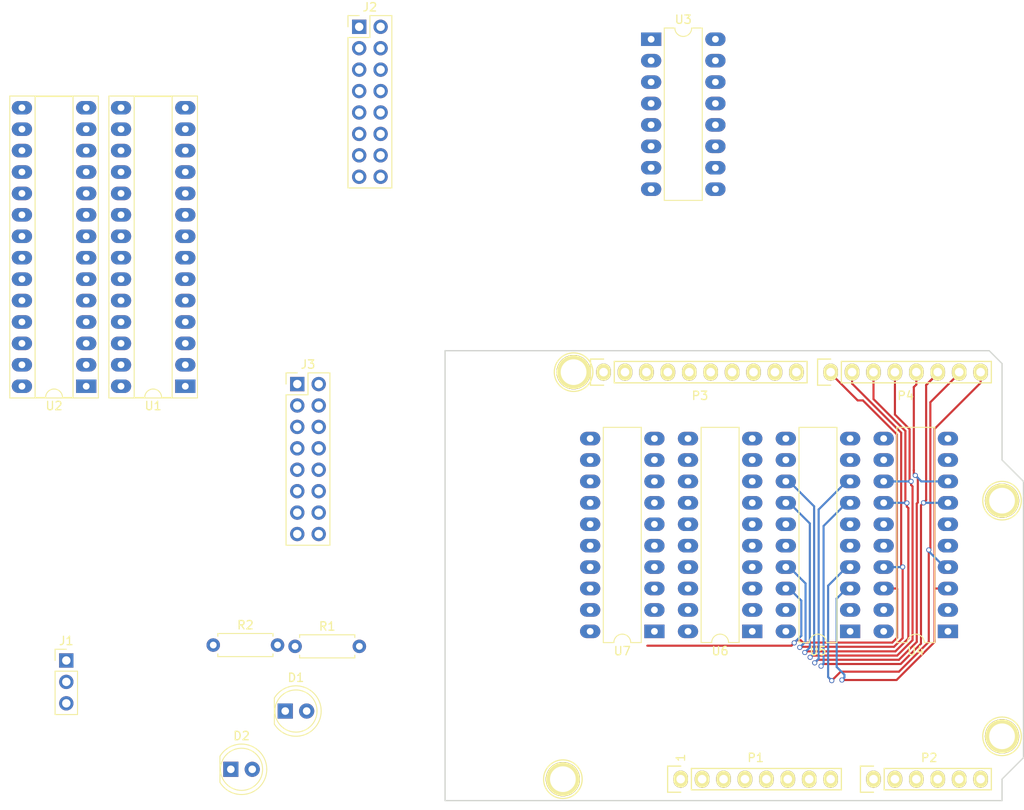
<source format=kicad_pcb>
(kicad_pcb (version 20171130) (host pcbnew "(5.1.4)-1")

  (general
    (thickness 1.6)
    (drawings 27)
    (tracks 158)
    (zones 0)
    (modules 22)
    (nets 73)
  )

  (page A4)
  (title_block
    (date "lun. 30 mars 2015")
  )

  (layers
    (0 F.Cu signal)
    (31 B.Cu signal)
    (32 B.Adhes user)
    (33 F.Adhes user)
    (34 B.Paste user)
    (35 F.Paste user)
    (36 B.SilkS user)
    (37 F.SilkS user)
    (38 B.Mask user)
    (39 F.Mask user)
    (40 Dwgs.User user)
    (41 Cmts.User user)
    (42 Eco1.User user)
    (43 Eco2.User user)
    (44 Edge.Cuts user)
    (45 Margin user)
    (46 B.CrtYd user)
    (47 F.CrtYd user)
    (48 B.Fab user)
    (49 F.Fab user)
  )

  (setup
    (last_trace_width 0.25)
    (trace_clearance 0.25)
    (zone_clearance 0.508)
    (zone_45_only no)
    (trace_min 0.25)
    (via_size 0.6)
    (via_drill 0.4)
    (via_min_size 0.4)
    (via_min_drill 0.3)
    (uvia_size 0.3)
    (uvia_drill 0.1)
    (uvias_allowed no)
    (uvia_min_size 0.2)
    (uvia_min_drill 0.1)
    (edge_width 0.15)
    (segment_width 0.15)
    (pcb_text_width 0.3)
    (pcb_text_size 1.5 1.5)
    (mod_edge_width 0.15)
    (mod_text_size 1 1)
    (mod_text_width 0.15)
    (pad_size 4.064 4.064)
    (pad_drill 3.048)
    (pad_to_mask_clearance 0)
    (aux_axis_origin 110.998 126.365)
    (grid_origin 110.998 126.365)
    (visible_elements 7FFFFFFF)
    (pcbplotparams
      (layerselection 0x00030_80000001)
      (usegerberextensions false)
      (usegerberattributes false)
      (usegerberadvancedattributes false)
      (creategerberjobfile false)
      (excludeedgelayer true)
      (linewidth 0.100000)
      (plotframeref false)
      (viasonmask false)
      (mode 1)
      (useauxorigin false)
      (hpglpennumber 1)
      (hpglpenspeed 20)
      (hpglpendiameter 15.000000)
      (psnegative false)
      (psa4output false)
      (plotreference true)
      (plotvalue true)
      (plotinvisibletext false)
      (padsonsilk false)
      (subtractmaskfromsilk false)
      (outputformat 1)
      (mirror false)
      (drillshape 1)
      (scaleselection 1)
      (outputdirectory ""))
  )

  (net 0 "")
  (net 1 +5V)
  (net 2 GND)
  (net 3 /A0)
  (net 4 /A1)
  (net 5 "/9(**)")
  (net 6 /8)
  (net 7 /7)
  (net 8 "/6(**)")
  (net 9 "/5(**)")
  (net 10 /4)
  (net 11 "/3(**)")
  (net 12 /2)
  (net 13 "/1(Tx)")
  (net 14 "/0(Rx)")
  (net 15 "Net-(P5-Pad1)")
  (net 16 "Net-(P6-Pad1)")
  (net 17 "Net-(P7-Pad1)")
  (net 18 "Net-(P8-Pad1)")
  (net 19 "/13(SCK)")
  (net 20 "/10(**/SS)")
  (net 21 "Net-(P1-Pad1)")
  (net 22 "/12(MISO)")
  (net 23 "/11(**/MOSI)")
  (net 24 "Net-(D1-Pad1)")
  (net 25 "Net-(D2-Pad1)")
  (net 26 "/data out/D15")
  (net 27 "/data out/D14")
  (net 28 "/data out/D13")
  (net 29 "/data out/D12")
  (net 30 "/data out/D11")
  (net 31 "/data out/D10")
  (net 32 "/data out/D9")
  (net 33 "/data out/D8")
  (net 34 "/data out/D7")
  (net 35 "/data out/D6")
  (net 36 "/data out/D5")
  (net 37 "/data out/D4")
  (net 38 "/data out/D3")
  (net 39 "/data out/D2")
  (net 40 "/data out/D1")
  (net 41 "/data out/D0")
  (net 42 /memory/AD15)
  (net 43 /memory/AD14)
  (net 44 /memory/AD13)
  (net 45 /memory/AD12)
  (net 46 /memory/AD11)
  (net 47 /memory/AD10)
  (net 48 /memory/AD9)
  (net 49 /memory/AD8)
  (net 50 /memory/AD7)
  (net 51 /memory/AD6)
  (net 52 /memory/AD5)
  (net 53 /memory/AD4)
  (net 54 /memory/AD3)
  (net 55 /memory/AD2)
  (net 56 /memory/AD1)
  (net 57 /memory/AD0)
  (net 58 "Net-(P1-Pad2)")
  (net 59 "Net-(P1-Pad3)")
  (net 60 "Net-(P1-Pad4)")
  (net 61 "Net-(P1-Pad8)")
  (net 62 "Net-(P2-Pad3)")
  (net 63 "Net-(P2-Pad4)")
  (net 64 "Net-(P2-Pad5)")
  (net 65 "Net-(P2-Pad6)")
  (net 66 "Net-(P3-Pad1)")
  (net 67 "Net-(P3-Pad2)")
  (net 68 "Net-(P3-Pad3)")
  (net 69 "Net-(U3-Pad7)")
  (net 70 "Net-(U3-Pad6)")
  (net 71 "Net-(U3-Pad5)")
  (net 72 "Net-(U3-Pad4)")

  (net_class Default "This is the default net class."
    (clearance 0.25)
    (trace_width 0.25)
    (via_dia 0.6)
    (via_drill 0.4)
    (uvia_dia 0.3)
    (uvia_drill 0.1)
    (diff_pair_width 0.25)
    (diff_pair_gap 0.25)
    (add_net +5V)
    (add_net "/0(Rx)")
    (add_net "/1(Tx)")
    (add_net "/10(**/SS)")
    (add_net "/11(**/MOSI)")
    (add_net "/12(MISO)")
    (add_net "/13(SCK)")
    (add_net /2)
    (add_net "/3(**)")
    (add_net /4)
    (add_net "/5(**)")
    (add_net "/6(**)")
    (add_net /7)
    (add_net /8)
    (add_net "/9(**)")
    (add_net /A0)
    (add_net /A1)
    (add_net "/data out/D0")
    (add_net "/data out/D1")
    (add_net "/data out/D10")
    (add_net "/data out/D11")
    (add_net "/data out/D12")
    (add_net "/data out/D13")
    (add_net "/data out/D14")
    (add_net "/data out/D15")
    (add_net "/data out/D2")
    (add_net "/data out/D3")
    (add_net "/data out/D4")
    (add_net "/data out/D5")
    (add_net "/data out/D6")
    (add_net "/data out/D7")
    (add_net "/data out/D8")
    (add_net "/data out/D9")
    (add_net /memory/AD0)
    (add_net /memory/AD1)
    (add_net /memory/AD10)
    (add_net /memory/AD11)
    (add_net /memory/AD12)
    (add_net /memory/AD13)
    (add_net /memory/AD14)
    (add_net /memory/AD15)
    (add_net /memory/AD2)
    (add_net /memory/AD3)
    (add_net /memory/AD4)
    (add_net /memory/AD5)
    (add_net /memory/AD6)
    (add_net /memory/AD7)
    (add_net /memory/AD8)
    (add_net /memory/AD9)
    (add_net GND)
    (add_net "Net-(D1-Pad1)")
    (add_net "Net-(D2-Pad1)")
    (add_net "Net-(P1-Pad1)")
    (add_net "Net-(P1-Pad2)")
    (add_net "Net-(P1-Pad3)")
    (add_net "Net-(P1-Pad4)")
    (add_net "Net-(P1-Pad8)")
    (add_net "Net-(P2-Pad3)")
    (add_net "Net-(P2-Pad4)")
    (add_net "Net-(P2-Pad5)")
    (add_net "Net-(P2-Pad6)")
    (add_net "Net-(P3-Pad1)")
    (add_net "Net-(P3-Pad2)")
    (add_net "Net-(P3-Pad3)")
    (add_net "Net-(P5-Pad1)")
    (add_net "Net-(P6-Pad1)")
    (add_net "Net-(P7-Pad1)")
    (add_net "Net-(P8-Pad1)")
    (add_net "Net-(U3-Pad4)")
    (add_net "Net-(U3-Pad5)")
    (add_net "Net-(U3-Pad6)")
    (add_net "Net-(U3-Pad7)")
  )

  (module Package_DIP:DIP-20_W7.62mm_LongPads (layer F.Cu) (tedit 5A02E8C5) (tstamp 5EDF1C76)
    (at 135.8228 106.3018 180)
    (descr "20-lead though-hole mounted DIP package, row spacing 7.62 mm (300 mils), LongPads")
    (tags "THT DIP DIL PDIP 2.54mm 7.62mm 300mil LongPads")
    (path /5EDF08FE/5D3C6F5E)
    (fp_text reference U7 (at 3.81 -2.33) (layer F.SilkS)
      (effects (font (size 1 1) (thickness 0.15)))
    )
    (fp_text value 74LS377 (at 3.81 25.19) (layer F.Fab)
      (effects (font (size 1 1) (thickness 0.15)))
    )
    (fp_text user %R (at 3.81 11.43) (layer F.Fab)
      (effects (font (size 1 1) (thickness 0.15)))
    )
    (fp_line (start 9.1 -1.55) (end -1.45 -1.55) (layer F.CrtYd) (width 0.05))
    (fp_line (start 9.1 24.4) (end 9.1 -1.55) (layer F.CrtYd) (width 0.05))
    (fp_line (start -1.45 24.4) (end 9.1 24.4) (layer F.CrtYd) (width 0.05))
    (fp_line (start -1.45 -1.55) (end -1.45 24.4) (layer F.CrtYd) (width 0.05))
    (fp_line (start 6.06 -1.33) (end 4.81 -1.33) (layer F.SilkS) (width 0.12))
    (fp_line (start 6.06 24.19) (end 6.06 -1.33) (layer F.SilkS) (width 0.12))
    (fp_line (start 1.56 24.19) (end 6.06 24.19) (layer F.SilkS) (width 0.12))
    (fp_line (start 1.56 -1.33) (end 1.56 24.19) (layer F.SilkS) (width 0.12))
    (fp_line (start 2.81 -1.33) (end 1.56 -1.33) (layer F.SilkS) (width 0.12))
    (fp_line (start 0.635 -0.27) (end 1.635 -1.27) (layer F.Fab) (width 0.1))
    (fp_line (start 0.635 24.13) (end 0.635 -0.27) (layer F.Fab) (width 0.1))
    (fp_line (start 6.985 24.13) (end 0.635 24.13) (layer F.Fab) (width 0.1))
    (fp_line (start 6.985 -1.27) (end 6.985 24.13) (layer F.Fab) (width 0.1))
    (fp_line (start 1.635 -1.27) (end 6.985 -1.27) (layer F.Fab) (width 0.1))
    (fp_arc (start 3.81 -1.33) (end 2.81 -1.33) (angle -180) (layer F.SilkS) (width 0.12))
    (pad 20 thru_hole oval (at 7.62 0 180) (size 2.4 1.6) (drill 0.8) (layers *.Cu *.Mask)
      (net 1 +5V))
    (pad 10 thru_hole oval (at 0 22.86 180) (size 2.4 1.6) (drill 0.8) (layers *.Cu *.Mask)
      (net 2 GND))
    (pad 19 thru_hole oval (at 7.62 2.54 180) (size 2.4 1.6) (drill 0.8) (layers *.Cu *.Mask)
      (net 50 /memory/AD7))
    (pad 9 thru_hole oval (at 0 20.32 180) (size 2.4 1.6) (drill 0.8) (layers *.Cu *.Mask)
      (net 54 /memory/AD3))
    (pad 18 thru_hole oval (at 7.62 5.08 180) (size 2.4 1.6) (drill 0.8) (layers *.Cu *.Mask)
      (net 7 /7))
    (pad 8 thru_hole oval (at 0 17.78 180) (size 2.4 1.6) (drill 0.8) (layers *.Cu *.Mask)
      (net 11 "/3(**)"))
    (pad 17 thru_hole oval (at 7.62 7.62 180) (size 2.4 1.6) (drill 0.8) (layers *.Cu *.Mask)
      (net 8 "/6(**)"))
    (pad 7 thru_hole oval (at 0 15.24 180) (size 2.4 1.6) (drill 0.8) (layers *.Cu *.Mask)
      (net 12 /2))
    (pad 16 thru_hole oval (at 7.62 10.16 180) (size 2.4 1.6) (drill 0.8) (layers *.Cu *.Mask)
      (net 51 /memory/AD6))
    (pad 6 thru_hole oval (at 0 12.7 180) (size 2.4 1.6) (drill 0.8) (layers *.Cu *.Mask)
      (net 55 /memory/AD2))
    (pad 15 thru_hole oval (at 7.62 12.7 180) (size 2.4 1.6) (drill 0.8) (layers *.Cu *.Mask)
      (net 52 /memory/AD5))
    (pad 5 thru_hole oval (at 0 10.16 180) (size 2.4 1.6) (drill 0.8) (layers *.Cu *.Mask)
      (net 56 /memory/AD1))
    (pad 14 thru_hole oval (at 7.62 15.24 180) (size 2.4 1.6) (drill 0.8) (layers *.Cu *.Mask)
      (net 9 "/5(**)"))
    (pad 4 thru_hole oval (at 0 7.62 180) (size 2.4 1.6) (drill 0.8) (layers *.Cu *.Mask)
      (net 13 "/1(Tx)"))
    (pad 13 thru_hole oval (at 7.62 17.78 180) (size 2.4 1.6) (drill 0.8) (layers *.Cu *.Mask)
      (net 10 /4))
    (pad 3 thru_hole oval (at 0 5.08 180) (size 2.4 1.6) (drill 0.8) (layers *.Cu *.Mask)
      (net 14 "/0(Rx)"))
    (pad 12 thru_hole oval (at 7.62 20.32 180) (size 2.4 1.6) (drill 0.8) (layers *.Cu *.Mask)
      (net 53 /memory/AD4))
    (pad 2 thru_hole oval (at 0 2.54 180) (size 2.4 1.6) (drill 0.8) (layers *.Cu *.Mask)
      (net 57 /memory/AD0))
    (pad 11 thru_hole oval (at 7.62 22.86 180) (size 2.4 1.6) (drill 0.8) (layers *.Cu *.Mask)
      (net 19 "/13(SCK)"))
    (pad 1 thru_hole rect (at 0 0 180) (size 2.4 1.6) (drill 0.8) (layers *.Cu *.Mask)
      (net 72 "Net-(U3-Pad4)"))
    (model ${KISYS3DMOD}/Package_DIP.3dshapes/DIP-20_W7.62mm.wrl
      (at (xyz 0 0 0))
      (scale (xyz 1 1 1))
      (rotate (xyz 0 0 0))
    )
  )

  (module Package_DIP:DIP-20_W7.62mm_LongPads (layer F.Cu) (tedit 5A02E8C5) (tstamp 5EDF1CEB)
    (at 147.4228 106.3018 180)
    (descr "20-lead though-hole mounted DIP package, row spacing 7.62 mm (300 mils), LongPads")
    (tags "THT DIP DIL PDIP 2.54mm 7.62mm 300mil LongPads")
    (path /5EDF08FE/5D3D2546)
    (fp_text reference U6 (at 3.81 -2.33) (layer F.SilkS)
      (effects (font (size 1 1) (thickness 0.15)))
    )
    (fp_text value 74LS377 (at 3.81 25.19) (layer F.Fab)
      (effects (font (size 1 1) (thickness 0.15)))
    )
    (fp_text user %R (at 3.81 11.43) (layer F.Fab)
      (effects (font (size 1 1) (thickness 0.15)))
    )
    (fp_line (start 9.1 -1.55) (end -1.45 -1.55) (layer F.CrtYd) (width 0.05))
    (fp_line (start 9.1 24.4) (end 9.1 -1.55) (layer F.CrtYd) (width 0.05))
    (fp_line (start -1.45 24.4) (end 9.1 24.4) (layer F.CrtYd) (width 0.05))
    (fp_line (start -1.45 -1.55) (end -1.45 24.4) (layer F.CrtYd) (width 0.05))
    (fp_line (start 6.06 -1.33) (end 4.81 -1.33) (layer F.SilkS) (width 0.12))
    (fp_line (start 6.06 24.19) (end 6.06 -1.33) (layer F.SilkS) (width 0.12))
    (fp_line (start 1.56 24.19) (end 6.06 24.19) (layer F.SilkS) (width 0.12))
    (fp_line (start 1.56 -1.33) (end 1.56 24.19) (layer F.SilkS) (width 0.12))
    (fp_line (start 2.81 -1.33) (end 1.56 -1.33) (layer F.SilkS) (width 0.12))
    (fp_line (start 0.635 -0.27) (end 1.635 -1.27) (layer F.Fab) (width 0.1))
    (fp_line (start 0.635 24.13) (end 0.635 -0.27) (layer F.Fab) (width 0.1))
    (fp_line (start 6.985 24.13) (end 0.635 24.13) (layer F.Fab) (width 0.1))
    (fp_line (start 6.985 -1.27) (end 6.985 24.13) (layer F.Fab) (width 0.1))
    (fp_line (start 1.635 -1.27) (end 6.985 -1.27) (layer F.Fab) (width 0.1))
    (fp_arc (start 3.81 -1.33) (end 2.81 -1.33) (angle -180) (layer F.SilkS) (width 0.12))
    (pad 20 thru_hole oval (at 7.62 0 180) (size 2.4 1.6) (drill 0.8) (layers *.Cu *.Mask)
      (net 1 +5V))
    (pad 10 thru_hole oval (at 0 22.86 180) (size 2.4 1.6) (drill 0.8) (layers *.Cu *.Mask)
      (net 2 GND))
    (pad 19 thru_hole oval (at 7.62 2.54 180) (size 2.4 1.6) (drill 0.8) (layers *.Cu *.Mask)
      (net 42 /memory/AD15))
    (pad 9 thru_hole oval (at 0 20.32 180) (size 2.4 1.6) (drill 0.8) (layers *.Cu *.Mask)
      (net 46 /memory/AD11))
    (pad 18 thru_hole oval (at 7.62 5.08 180) (size 2.4 1.6) (drill 0.8) (layers *.Cu *.Mask)
      (net 7 /7))
    (pad 8 thru_hole oval (at 0 17.78 180) (size 2.4 1.6) (drill 0.8) (layers *.Cu *.Mask)
      (net 11 "/3(**)"))
    (pad 17 thru_hole oval (at 7.62 7.62 180) (size 2.4 1.6) (drill 0.8) (layers *.Cu *.Mask)
      (net 8 "/6(**)"))
    (pad 7 thru_hole oval (at 0 15.24 180) (size 2.4 1.6) (drill 0.8) (layers *.Cu *.Mask)
      (net 12 /2))
    (pad 16 thru_hole oval (at 7.62 10.16 180) (size 2.4 1.6) (drill 0.8) (layers *.Cu *.Mask)
      (net 43 /memory/AD14))
    (pad 6 thru_hole oval (at 0 12.7 180) (size 2.4 1.6) (drill 0.8) (layers *.Cu *.Mask)
      (net 47 /memory/AD10))
    (pad 15 thru_hole oval (at 7.62 12.7 180) (size 2.4 1.6) (drill 0.8) (layers *.Cu *.Mask)
      (net 44 /memory/AD13))
    (pad 5 thru_hole oval (at 0 10.16 180) (size 2.4 1.6) (drill 0.8) (layers *.Cu *.Mask)
      (net 48 /memory/AD9))
    (pad 14 thru_hole oval (at 7.62 15.24 180) (size 2.4 1.6) (drill 0.8) (layers *.Cu *.Mask)
      (net 9 "/5(**)"))
    (pad 4 thru_hole oval (at 0 7.62 180) (size 2.4 1.6) (drill 0.8) (layers *.Cu *.Mask)
      (net 13 "/1(Tx)"))
    (pad 13 thru_hole oval (at 7.62 17.78 180) (size 2.4 1.6) (drill 0.8) (layers *.Cu *.Mask)
      (net 10 /4))
    (pad 3 thru_hole oval (at 0 5.08 180) (size 2.4 1.6) (drill 0.8) (layers *.Cu *.Mask)
      (net 14 "/0(Rx)"))
    (pad 12 thru_hole oval (at 7.62 20.32 180) (size 2.4 1.6) (drill 0.8) (layers *.Cu *.Mask)
      (net 45 /memory/AD12))
    (pad 2 thru_hole oval (at 0 2.54 180) (size 2.4 1.6) (drill 0.8) (layers *.Cu *.Mask)
      (net 49 /memory/AD8))
    (pad 11 thru_hole oval (at 7.62 22.86 180) (size 2.4 1.6) (drill 0.8) (layers *.Cu *.Mask)
      (net 19 "/13(SCK)"))
    (pad 1 thru_hole rect (at 0 0 180) (size 2.4 1.6) (drill 0.8) (layers *.Cu *.Mask)
      (net 71 "Net-(U3-Pad5)"))
    (model ${KISYS3DMOD}/Package_DIP.3dshapes/DIP-20_W7.62mm.wrl
      (at (xyz 0 0 0))
      (scale (xyz 1 1 1))
      (rotate (xyz 0 0 0))
    )
  )

  (module Package_DIP:DIP-20_W7.62mm_LongPads (layer F.Cu) (tedit 5A02E8C5) (tstamp 5EDF1D60)
    (at 159.0228 106.3018 180)
    (descr "20-lead though-hole mounted DIP package, row spacing 7.62 mm (300 mils), LongPads")
    (tags "THT DIP DIL PDIP 2.54mm 7.62mm 300mil LongPads")
    (path /5EDF08FE/5D3D9F68)
    (fp_text reference U5 (at 3.81 -2.33) (layer F.SilkS)
      (effects (font (size 1 1) (thickness 0.15)))
    )
    (fp_text value 74LS377 (at 3.81 25.19) (layer F.Fab)
      (effects (font (size 1 1) (thickness 0.15)))
    )
    (fp_text user %R (at 3.81 11.43) (layer F.Fab)
      (effects (font (size 1 1) (thickness 0.15)))
    )
    (fp_line (start 9.1 -1.55) (end -1.45 -1.55) (layer F.CrtYd) (width 0.05))
    (fp_line (start 9.1 24.4) (end 9.1 -1.55) (layer F.CrtYd) (width 0.05))
    (fp_line (start -1.45 24.4) (end 9.1 24.4) (layer F.CrtYd) (width 0.05))
    (fp_line (start -1.45 -1.55) (end -1.45 24.4) (layer F.CrtYd) (width 0.05))
    (fp_line (start 6.06 -1.33) (end 4.81 -1.33) (layer F.SilkS) (width 0.12))
    (fp_line (start 6.06 24.19) (end 6.06 -1.33) (layer F.SilkS) (width 0.12))
    (fp_line (start 1.56 24.19) (end 6.06 24.19) (layer F.SilkS) (width 0.12))
    (fp_line (start 1.56 -1.33) (end 1.56 24.19) (layer F.SilkS) (width 0.12))
    (fp_line (start 2.81 -1.33) (end 1.56 -1.33) (layer F.SilkS) (width 0.12))
    (fp_line (start 0.635 -0.27) (end 1.635 -1.27) (layer F.Fab) (width 0.1))
    (fp_line (start 0.635 24.13) (end 0.635 -0.27) (layer F.Fab) (width 0.1))
    (fp_line (start 6.985 24.13) (end 0.635 24.13) (layer F.Fab) (width 0.1))
    (fp_line (start 6.985 -1.27) (end 6.985 24.13) (layer F.Fab) (width 0.1))
    (fp_line (start 1.635 -1.27) (end 6.985 -1.27) (layer F.Fab) (width 0.1))
    (fp_arc (start 3.81 -1.33) (end 2.81 -1.33) (angle -180) (layer F.SilkS) (width 0.12))
    (pad 20 thru_hole oval (at 7.62 0 180) (size 2.4 1.6) (drill 0.8) (layers *.Cu *.Mask)
      (net 1 +5V))
    (pad 10 thru_hole oval (at 0 22.86 180) (size 2.4 1.6) (drill 0.8) (layers *.Cu *.Mask)
      (net 2 GND))
    (pad 19 thru_hole oval (at 7.62 2.54 180) (size 2.4 1.6) (drill 0.8) (layers *.Cu *.Mask)
      (net 34 "/data out/D7"))
    (pad 9 thru_hole oval (at 0 20.32 180) (size 2.4 1.6) (drill 0.8) (layers *.Cu *.Mask)
      (net 38 "/data out/D3"))
    (pad 18 thru_hole oval (at 7.62 5.08 180) (size 2.4 1.6) (drill 0.8) (layers *.Cu *.Mask)
      (net 7 /7))
    (pad 8 thru_hole oval (at 0 17.78 180) (size 2.4 1.6) (drill 0.8) (layers *.Cu *.Mask)
      (net 11 "/3(**)"))
    (pad 17 thru_hole oval (at 7.62 7.62 180) (size 2.4 1.6) (drill 0.8) (layers *.Cu *.Mask)
      (net 8 "/6(**)"))
    (pad 7 thru_hole oval (at 0 15.24 180) (size 2.4 1.6) (drill 0.8) (layers *.Cu *.Mask)
      (net 12 /2))
    (pad 16 thru_hole oval (at 7.62 10.16 180) (size 2.4 1.6) (drill 0.8) (layers *.Cu *.Mask)
      (net 35 "/data out/D6"))
    (pad 6 thru_hole oval (at 0 12.7 180) (size 2.4 1.6) (drill 0.8) (layers *.Cu *.Mask)
      (net 39 "/data out/D2"))
    (pad 15 thru_hole oval (at 7.62 12.7 180) (size 2.4 1.6) (drill 0.8) (layers *.Cu *.Mask)
      (net 36 "/data out/D5"))
    (pad 5 thru_hole oval (at 0 10.16 180) (size 2.4 1.6) (drill 0.8) (layers *.Cu *.Mask)
      (net 40 "/data out/D1"))
    (pad 14 thru_hole oval (at 7.62 15.24 180) (size 2.4 1.6) (drill 0.8) (layers *.Cu *.Mask)
      (net 9 "/5(**)"))
    (pad 4 thru_hole oval (at 0 7.62 180) (size 2.4 1.6) (drill 0.8) (layers *.Cu *.Mask)
      (net 13 "/1(Tx)"))
    (pad 13 thru_hole oval (at 7.62 17.78 180) (size 2.4 1.6) (drill 0.8) (layers *.Cu *.Mask)
      (net 10 /4))
    (pad 3 thru_hole oval (at 0 5.08 180) (size 2.4 1.6) (drill 0.8) (layers *.Cu *.Mask)
      (net 14 "/0(Rx)"))
    (pad 12 thru_hole oval (at 7.62 20.32 180) (size 2.4 1.6) (drill 0.8) (layers *.Cu *.Mask)
      (net 37 "/data out/D4"))
    (pad 2 thru_hole oval (at 0 2.54 180) (size 2.4 1.6) (drill 0.8) (layers *.Cu *.Mask)
      (net 41 "/data out/D0"))
    (pad 11 thru_hole oval (at 7.62 22.86 180) (size 2.4 1.6) (drill 0.8) (layers *.Cu *.Mask)
      (net 19 "/13(SCK)"))
    (pad 1 thru_hole rect (at 0 0 180) (size 2.4 1.6) (drill 0.8) (layers *.Cu *.Mask)
      (net 70 "Net-(U3-Pad6)"))
    (model ${KISYS3DMOD}/Package_DIP.3dshapes/DIP-20_W7.62mm.wrl
      (at (xyz 0 0 0))
      (scale (xyz 1 1 1))
      (rotate (xyz 0 0 0))
    )
  )

  (module Package_DIP:DIP-20_W7.62mm_LongPads (layer F.Cu) (tedit 5A02E8C5) (tstamp 5EDF1DD5)
    (at 170.6228 106.3018 180)
    (descr "20-lead though-hole mounted DIP package, row spacing 7.62 mm (300 mils), LongPads")
    (tags "THT DIP DIL PDIP 2.54mm 7.62mm 300mil LongPads")
    (path /5EDF08FE/5D3D9F7C)
    (fp_text reference U4 (at 3.81 -2.33) (layer F.SilkS)
      (effects (font (size 1 1) (thickness 0.15)))
    )
    (fp_text value 74LS377 (at 3.81 25.19) (layer F.Fab)
      (effects (font (size 1 1) (thickness 0.15)))
    )
    (fp_text user %R (at 3.81 11.43) (layer F.Fab)
      (effects (font (size 1 1) (thickness 0.15)))
    )
    (fp_line (start 9.1 -1.55) (end -1.45 -1.55) (layer F.CrtYd) (width 0.05))
    (fp_line (start 9.1 24.4) (end 9.1 -1.55) (layer F.CrtYd) (width 0.05))
    (fp_line (start -1.45 24.4) (end 9.1 24.4) (layer F.CrtYd) (width 0.05))
    (fp_line (start -1.45 -1.55) (end -1.45 24.4) (layer F.CrtYd) (width 0.05))
    (fp_line (start 6.06 -1.33) (end 4.81 -1.33) (layer F.SilkS) (width 0.12))
    (fp_line (start 6.06 24.19) (end 6.06 -1.33) (layer F.SilkS) (width 0.12))
    (fp_line (start 1.56 24.19) (end 6.06 24.19) (layer F.SilkS) (width 0.12))
    (fp_line (start 1.56 -1.33) (end 1.56 24.19) (layer F.SilkS) (width 0.12))
    (fp_line (start 2.81 -1.33) (end 1.56 -1.33) (layer F.SilkS) (width 0.12))
    (fp_line (start 0.635 -0.27) (end 1.635 -1.27) (layer F.Fab) (width 0.1))
    (fp_line (start 0.635 24.13) (end 0.635 -0.27) (layer F.Fab) (width 0.1))
    (fp_line (start 6.985 24.13) (end 0.635 24.13) (layer F.Fab) (width 0.1))
    (fp_line (start 6.985 -1.27) (end 6.985 24.13) (layer F.Fab) (width 0.1))
    (fp_line (start 1.635 -1.27) (end 6.985 -1.27) (layer F.Fab) (width 0.1))
    (fp_arc (start 3.81 -1.33) (end 2.81 -1.33) (angle -180) (layer F.SilkS) (width 0.12))
    (pad 20 thru_hole oval (at 7.62 0 180) (size 2.4 1.6) (drill 0.8) (layers *.Cu *.Mask)
      (net 1 +5V))
    (pad 10 thru_hole oval (at 0 22.86 180) (size 2.4 1.6) (drill 0.8) (layers *.Cu *.Mask)
      (net 2 GND))
    (pad 19 thru_hole oval (at 7.62 2.54 180) (size 2.4 1.6) (drill 0.8) (layers *.Cu *.Mask)
      (net 26 "/data out/D15"))
    (pad 9 thru_hole oval (at 0 20.32 180) (size 2.4 1.6) (drill 0.8) (layers *.Cu *.Mask)
      (net 30 "/data out/D11"))
    (pad 18 thru_hole oval (at 7.62 5.08 180) (size 2.4 1.6) (drill 0.8) (layers *.Cu *.Mask)
      (net 7 /7))
    (pad 8 thru_hole oval (at 0 17.78 180) (size 2.4 1.6) (drill 0.8) (layers *.Cu *.Mask)
      (net 11 "/3(**)"))
    (pad 17 thru_hole oval (at 7.62 7.62 180) (size 2.4 1.6) (drill 0.8) (layers *.Cu *.Mask)
      (net 8 "/6(**)"))
    (pad 7 thru_hole oval (at 0 15.24 180) (size 2.4 1.6) (drill 0.8) (layers *.Cu *.Mask)
      (net 12 /2))
    (pad 16 thru_hole oval (at 7.62 10.16 180) (size 2.4 1.6) (drill 0.8) (layers *.Cu *.Mask)
      (net 27 "/data out/D14"))
    (pad 6 thru_hole oval (at 0 12.7 180) (size 2.4 1.6) (drill 0.8) (layers *.Cu *.Mask)
      (net 31 "/data out/D10"))
    (pad 15 thru_hole oval (at 7.62 12.7 180) (size 2.4 1.6) (drill 0.8) (layers *.Cu *.Mask)
      (net 28 "/data out/D13"))
    (pad 5 thru_hole oval (at 0 10.16 180) (size 2.4 1.6) (drill 0.8) (layers *.Cu *.Mask)
      (net 32 "/data out/D9"))
    (pad 14 thru_hole oval (at 7.62 15.24 180) (size 2.4 1.6) (drill 0.8) (layers *.Cu *.Mask)
      (net 9 "/5(**)"))
    (pad 4 thru_hole oval (at 0 7.62 180) (size 2.4 1.6) (drill 0.8) (layers *.Cu *.Mask)
      (net 13 "/1(Tx)"))
    (pad 13 thru_hole oval (at 7.62 17.78 180) (size 2.4 1.6) (drill 0.8) (layers *.Cu *.Mask)
      (net 10 /4))
    (pad 3 thru_hole oval (at 0 5.08 180) (size 2.4 1.6) (drill 0.8) (layers *.Cu *.Mask)
      (net 14 "/0(Rx)"))
    (pad 12 thru_hole oval (at 7.62 20.32 180) (size 2.4 1.6) (drill 0.8) (layers *.Cu *.Mask)
      (net 29 "/data out/D12"))
    (pad 2 thru_hole oval (at 0 2.54 180) (size 2.4 1.6) (drill 0.8) (layers *.Cu *.Mask)
      (net 33 "/data out/D8"))
    (pad 11 thru_hole oval (at 7.62 22.86 180) (size 2.4 1.6) (drill 0.8) (layers *.Cu *.Mask)
      (net 19 "/13(SCK)"))
    (pad 1 thru_hole rect (at 0 0 180) (size 2.4 1.6) (drill 0.8) (layers *.Cu *.Mask)
      (net 69 "Net-(U3-Pad7)"))
    (model ${KISYS3DMOD}/Package_DIP.3dshapes/DIP-20_W7.62mm.wrl
      (at (xyz 0 0 0))
      (scale (xyz 1 1 1))
      (rotate (xyz 0 0 0))
    )
  )

  (module Package_DIP:DIP-16_W7.62mm_LongPads (layer F.Cu) (tedit 5A02E8C5) (tstamp 5EDF175F)
    (at 135.4328 36.0934)
    (descr "16-lead though-hole mounted DIP package, row spacing 7.62 mm (300 mils), LongPads")
    (tags "THT DIP DIL PDIP 2.54mm 7.62mm 300mil LongPads")
    (path /5EDF08FE/5D3E06D3)
    (fp_text reference U3 (at 3.81 -2.33) (layer F.SilkS)
      (effects (font (size 1 1) (thickness 0.15)))
    )
    (fp_text value 74LS139 (at 3.81 20.11) (layer F.Fab)
      (effects (font (size 1 1) (thickness 0.15)))
    )
    (fp_text user %R (at 3.81 8.89) (layer F.Fab)
      (effects (font (size 1 1) (thickness 0.15)))
    )
    (fp_line (start 9.1 -1.55) (end -1.45 -1.55) (layer F.CrtYd) (width 0.05))
    (fp_line (start 9.1 19.3) (end 9.1 -1.55) (layer F.CrtYd) (width 0.05))
    (fp_line (start -1.45 19.3) (end 9.1 19.3) (layer F.CrtYd) (width 0.05))
    (fp_line (start -1.45 -1.55) (end -1.45 19.3) (layer F.CrtYd) (width 0.05))
    (fp_line (start 6.06 -1.33) (end 4.81 -1.33) (layer F.SilkS) (width 0.12))
    (fp_line (start 6.06 19.11) (end 6.06 -1.33) (layer F.SilkS) (width 0.12))
    (fp_line (start 1.56 19.11) (end 6.06 19.11) (layer F.SilkS) (width 0.12))
    (fp_line (start 1.56 -1.33) (end 1.56 19.11) (layer F.SilkS) (width 0.12))
    (fp_line (start 2.81 -1.33) (end 1.56 -1.33) (layer F.SilkS) (width 0.12))
    (fp_line (start 0.635 -0.27) (end 1.635 -1.27) (layer F.Fab) (width 0.1))
    (fp_line (start 0.635 19.05) (end 0.635 -0.27) (layer F.Fab) (width 0.1))
    (fp_line (start 6.985 19.05) (end 0.635 19.05) (layer F.Fab) (width 0.1))
    (fp_line (start 6.985 -1.27) (end 6.985 19.05) (layer F.Fab) (width 0.1))
    (fp_line (start 1.635 -1.27) (end 6.985 -1.27) (layer F.Fab) (width 0.1))
    (fp_arc (start 3.81 -1.33) (end 2.81 -1.33) (angle -180) (layer F.SilkS) (width 0.12))
    (pad 16 thru_hole oval (at 7.62 0) (size 2.4 1.6) (drill 0.8) (layers *.Cu *.Mask))
    (pad 8 thru_hole oval (at 0 17.78) (size 2.4 1.6) (drill 0.8) (layers *.Cu *.Mask))
    (pad 15 thru_hole oval (at 7.62 2.54) (size 2.4 1.6) (drill 0.8) (layers *.Cu *.Mask))
    (pad 7 thru_hole oval (at 0 15.24) (size 2.4 1.6) (drill 0.8) (layers *.Cu *.Mask)
      (net 69 "Net-(U3-Pad7)"))
    (pad 14 thru_hole oval (at 7.62 5.08) (size 2.4 1.6) (drill 0.8) (layers *.Cu *.Mask))
    (pad 6 thru_hole oval (at 0 12.7) (size 2.4 1.6) (drill 0.8) (layers *.Cu *.Mask)
      (net 70 "Net-(U3-Pad6)"))
    (pad 13 thru_hole oval (at 7.62 7.62) (size 2.4 1.6) (drill 0.8) (layers *.Cu *.Mask))
    (pad 5 thru_hole oval (at 0 10.16) (size 2.4 1.6) (drill 0.8) (layers *.Cu *.Mask)
      (net 71 "Net-(U3-Pad5)"))
    (pad 12 thru_hole oval (at 7.62 10.16) (size 2.4 1.6) (drill 0.8) (layers *.Cu *.Mask))
    (pad 4 thru_hole oval (at 0 7.62) (size 2.4 1.6) (drill 0.8) (layers *.Cu *.Mask)
      (net 72 "Net-(U3-Pad4)"))
    (pad 11 thru_hole oval (at 7.62 12.7) (size 2.4 1.6) (drill 0.8) (layers *.Cu *.Mask))
    (pad 3 thru_hole oval (at 0 5.08) (size 2.4 1.6) (drill 0.8) (layers *.Cu *.Mask)
      (net 5 "/9(**)"))
    (pad 10 thru_hole oval (at 7.62 15.24) (size 2.4 1.6) (drill 0.8) (layers *.Cu *.Mask))
    (pad 2 thru_hole oval (at 0 2.54) (size 2.4 1.6) (drill 0.8) (layers *.Cu *.Mask)
      (net 6 /8))
    (pad 9 thru_hole oval (at 7.62 17.78) (size 2.4 1.6) (drill 0.8) (layers *.Cu *.Mask))
    (pad 1 thru_hole rect (at 0 0) (size 2.4 1.6) (drill 0.8) (layers *.Cu *.Mask)
      (net 2 GND))
    (model ${KISYS3DMOD}/Package_DIP.3dshapes/DIP-16_W7.62mm.wrl
      (at (xyz 0 0 0))
      (scale (xyz 1 1 1))
      (rotate (xyz 0 0 0))
    )
  )

  (module Package_DIP:DIP-28_W7.62mm_Socket_LongPads (layer F.Cu) (tedit 5A02E8C5) (tstamp 5EDEFF48)
    (at 68.4504 77.2378 180)
    (descr "28-lead though-hole mounted DIP package, row spacing 7.62 mm (300 mils), Socket, LongPads")
    (tags "THT DIP DIL PDIP 2.54mm 7.62mm 300mil Socket LongPads")
    (path /5EE1C593/5D378304)
    (fp_text reference U2 (at 3.81 -2.33) (layer F.SilkS)
      (effects (font (size 1 1) (thickness 0.15)))
    )
    (fp_text value AT28C256-15PU (at 3.81 35.35) (layer F.Fab)
      (effects (font (size 1 1) (thickness 0.15)))
    )
    (fp_text user %R (at 3.81 16.51) (layer F.Fab)
      (effects (font (size 1 1) (thickness 0.15)))
    )
    (fp_line (start 9.15 -1.6) (end -1.55 -1.6) (layer F.CrtYd) (width 0.05))
    (fp_line (start 9.15 34.65) (end 9.15 -1.6) (layer F.CrtYd) (width 0.05))
    (fp_line (start -1.55 34.65) (end 9.15 34.65) (layer F.CrtYd) (width 0.05))
    (fp_line (start -1.55 -1.6) (end -1.55 34.65) (layer F.CrtYd) (width 0.05))
    (fp_line (start 9.06 -1.39) (end -1.44 -1.39) (layer F.SilkS) (width 0.12))
    (fp_line (start 9.06 34.41) (end 9.06 -1.39) (layer F.SilkS) (width 0.12))
    (fp_line (start -1.44 34.41) (end 9.06 34.41) (layer F.SilkS) (width 0.12))
    (fp_line (start -1.44 -1.39) (end -1.44 34.41) (layer F.SilkS) (width 0.12))
    (fp_line (start 6.06 -1.33) (end 4.81 -1.33) (layer F.SilkS) (width 0.12))
    (fp_line (start 6.06 34.35) (end 6.06 -1.33) (layer F.SilkS) (width 0.12))
    (fp_line (start 1.56 34.35) (end 6.06 34.35) (layer F.SilkS) (width 0.12))
    (fp_line (start 1.56 -1.33) (end 1.56 34.35) (layer F.SilkS) (width 0.12))
    (fp_line (start 2.81 -1.33) (end 1.56 -1.33) (layer F.SilkS) (width 0.12))
    (fp_line (start 8.89 -1.33) (end -1.27 -1.33) (layer F.Fab) (width 0.1))
    (fp_line (start 8.89 34.35) (end 8.89 -1.33) (layer F.Fab) (width 0.1))
    (fp_line (start -1.27 34.35) (end 8.89 34.35) (layer F.Fab) (width 0.1))
    (fp_line (start -1.27 -1.33) (end -1.27 34.35) (layer F.Fab) (width 0.1))
    (fp_line (start 0.635 -0.27) (end 1.635 -1.27) (layer F.Fab) (width 0.1))
    (fp_line (start 0.635 34.29) (end 0.635 -0.27) (layer F.Fab) (width 0.1))
    (fp_line (start 6.985 34.29) (end 0.635 34.29) (layer F.Fab) (width 0.1))
    (fp_line (start 6.985 -1.27) (end 6.985 34.29) (layer F.Fab) (width 0.1))
    (fp_line (start 1.635 -1.27) (end 6.985 -1.27) (layer F.Fab) (width 0.1))
    (fp_arc (start 3.81 -1.33) (end 2.81 -1.33) (angle -180) (layer F.SilkS) (width 0.12))
    (pad 28 thru_hole oval (at 7.62 0 180) (size 2.4 1.6) (drill 0.8) (layers *.Cu *.Mask)
      (net 1 +5V))
    (pad 14 thru_hole oval (at 0 33.02 180) (size 2.4 1.6) (drill 0.8) (layers *.Cu *.Mask)
      (net 2 GND))
    (pad 27 thru_hole oval (at 7.62 2.54 180) (size 2.4 1.6) (drill 0.8) (layers *.Cu *.Mask)
      (net 23 "/11(**/MOSI)"))
    (pad 13 thru_hole oval (at 0 30.48 180) (size 2.4 1.6) (drill 0.8) (layers *.Cu *.Mask)
      (net 39 "/data out/D2"))
    (pad 26 thru_hole oval (at 7.62 5.08 180) (size 2.4 1.6) (drill 0.8) (layers *.Cu *.Mask)
      (net 44 /memory/AD13))
    (pad 12 thru_hole oval (at 0 27.94 180) (size 2.4 1.6) (drill 0.8) (layers *.Cu *.Mask)
      (net 40 "/data out/D1"))
    (pad 25 thru_hole oval (at 7.62 7.62 180) (size 2.4 1.6) (drill 0.8) (layers *.Cu *.Mask)
      (net 49 /memory/AD8))
    (pad 11 thru_hole oval (at 0 25.4 180) (size 2.4 1.6) (drill 0.8) (layers *.Cu *.Mask)
      (net 41 "/data out/D0"))
    (pad 24 thru_hole oval (at 7.62 10.16 180) (size 2.4 1.6) (drill 0.8) (layers *.Cu *.Mask)
      (net 48 /memory/AD9))
    (pad 10 thru_hole oval (at 0 22.86 180) (size 2.4 1.6) (drill 0.8) (layers *.Cu *.Mask)
      (net 57 /memory/AD0))
    (pad 23 thru_hole oval (at 7.62 12.7 180) (size 2.4 1.6) (drill 0.8) (layers *.Cu *.Mask)
      (net 46 /memory/AD11))
    (pad 9 thru_hole oval (at 0 20.32 180) (size 2.4 1.6) (drill 0.8) (layers *.Cu *.Mask)
      (net 56 /memory/AD1))
    (pad 22 thru_hole oval (at 7.62 15.24 180) (size 2.4 1.6) (drill 0.8) (layers *.Cu *.Mask)
      (net 22 "/12(MISO)"))
    (pad 8 thru_hole oval (at 0 17.78 180) (size 2.4 1.6) (drill 0.8) (layers *.Cu *.Mask)
      (net 55 /memory/AD2))
    (pad 21 thru_hole oval (at 7.62 17.78 180) (size 2.4 1.6) (drill 0.8) (layers *.Cu *.Mask)
      (net 47 /memory/AD10))
    (pad 7 thru_hole oval (at 0 15.24 180) (size 2.4 1.6) (drill 0.8) (layers *.Cu *.Mask)
      (net 54 /memory/AD3))
    (pad 20 thru_hole oval (at 7.62 20.32 180) (size 2.4 1.6) (drill 0.8) (layers *.Cu *.Mask)
      (net 20 "/10(**/SS)"))
    (pad 6 thru_hole oval (at 0 12.7 180) (size 2.4 1.6) (drill 0.8) (layers *.Cu *.Mask)
      (net 53 /memory/AD4))
    (pad 19 thru_hole oval (at 7.62 22.86 180) (size 2.4 1.6) (drill 0.8) (layers *.Cu *.Mask)
      (net 34 "/data out/D7"))
    (pad 5 thru_hole oval (at 0 10.16 180) (size 2.4 1.6) (drill 0.8) (layers *.Cu *.Mask)
      (net 52 /memory/AD5))
    (pad 18 thru_hole oval (at 7.62 25.4 180) (size 2.4 1.6) (drill 0.8) (layers *.Cu *.Mask)
      (net 35 "/data out/D6"))
    (pad 4 thru_hole oval (at 0 7.62 180) (size 2.4 1.6) (drill 0.8) (layers *.Cu *.Mask)
      (net 51 /memory/AD6))
    (pad 17 thru_hole oval (at 7.62 27.94 180) (size 2.4 1.6) (drill 0.8) (layers *.Cu *.Mask)
      (net 36 "/data out/D5"))
    (pad 3 thru_hole oval (at 0 5.08 180) (size 2.4 1.6) (drill 0.8) (layers *.Cu *.Mask)
      (net 50 /memory/AD7))
    (pad 16 thru_hole oval (at 7.62 30.48 180) (size 2.4 1.6) (drill 0.8) (layers *.Cu *.Mask)
      (net 37 "/data out/D4"))
    (pad 2 thru_hole oval (at 0 2.54 180) (size 2.4 1.6) (drill 0.8) (layers *.Cu *.Mask)
      (net 45 /memory/AD12))
    (pad 15 thru_hole oval (at 7.62 33.02 180) (size 2.4 1.6) (drill 0.8) (layers *.Cu *.Mask)
      (net 38 "/data out/D3"))
    (pad 1 thru_hole rect (at 0 0 180) (size 2.4 1.6) (drill 0.8) (layers *.Cu *.Mask)
      (net 43 /memory/AD14))
    (model ${KISYS3DMOD}/Package_DIP.3dshapes/DIP-28_W7.62mm_Socket.wrl
      (at (xyz 0 0 0))
      (scale (xyz 1 1 1))
      (rotate (xyz 0 0 0))
    )
  )

  (module Package_DIP:DIP-28_W7.62mm_Socket_LongPads (layer F.Cu) (tedit 5A02E8C5) (tstamp 5EDEFD98)
    (at 80.2004 77.2378 180)
    (descr "28-lead though-hole mounted DIP package, row spacing 7.62 mm (300 mils), Socket, LongPads")
    (tags "THT DIP DIL PDIP 2.54mm 7.62mm 300mil Socket LongPads")
    (path /5EE1C593/5D37830F)
    (fp_text reference U1 (at 3.81 -2.33) (layer F.SilkS)
      (effects (font (size 1 1) (thickness 0.15)))
    )
    (fp_text value AT28C256-15PU (at 3.81 35.35) (layer F.Fab)
      (effects (font (size 1 1) (thickness 0.15)))
    )
    (fp_text user %R (at 3.81 16.51) (layer F.Fab)
      (effects (font (size 1 1) (thickness 0.15)))
    )
    (fp_line (start 9.15 -1.6) (end -1.55 -1.6) (layer F.CrtYd) (width 0.05))
    (fp_line (start 9.15 34.65) (end 9.15 -1.6) (layer F.CrtYd) (width 0.05))
    (fp_line (start -1.55 34.65) (end 9.15 34.65) (layer F.CrtYd) (width 0.05))
    (fp_line (start -1.55 -1.6) (end -1.55 34.65) (layer F.CrtYd) (width 0.05))
    (fp_line (start 9.06 -1.39) (end -1.44 -1.39) (layer F.SilkS) (width 0.12))
    (fp_line (start 9.06 34.41) (end 9.06 -1.39) (layer F.SilkS) (width 0.12))
    (fp_line (start -1.44 34.41) (end 9.06 34.41) (layer F.SilkS) (width 0.12))
    (fp_line (start -1.44 -1.39) (end -1.44 34.41) (layer F.SilkS) (width 0.12))
    (fp_line (start 6.06 -1.33) (end 4.81 -1.33) (layer F.SilkS) (width 0.12))
    (fp_line (start 6.06 34.35) (end 6.06 -1.33) (layer F.SilkS) (width 0.12))
    (fp_line (start 1.56 34.35) (end 6.06 34.35) (layer F.SilkS) (width 0.12))
    (fp_line (start 1.56 -1.33) (end 1.56 34.35) (layer F.SilkS) (width 0.12))
    (fp_line (start 2.81 -1.33) (end 1.56 -1.33) (layer F.SilkS) (width 0.12))
    (fp_line (start 8.89 -1.33) (end -1.27 -1.33) (layer F.Fab) (width 0.1))
    (fp_line (start 8.89 34.35) (end 8.89 -1.33) (layer F.Fab) (width 0.1))
    (fp_line (start -1.27 34.35) (end 8.89 34.35) (layer F.Fab) (width 0.1))
    (fp_line (start -1.27 -1.33) (end -1.27 34.35) (layer F.Fab) (width 0.1))
    (fp_line (start 0.635 -0.27) (end 1.635 -1.27) (layer F.Fab) (width 0.1))
    (fp_line (start 0.635 34.29) (end 0.635 -0.27) (layer F.Fab) (width 0.1))
    (fp_line (start 6.985 34.29) (end 0.635 34.29) (layer F.Fab) (width 0.1))
    (fp_line (start 6.985 -1.27) (end 6.985 34.29) (layer F.Fab) (width 0.1))
    (fp_line (start 1.635 -1.27) (end 6.985 -1.27) (layer F.Fab) (width 0.1))
    (fp_arc (start 3.81 -1.33) (end 2.81 -1.33) (angle -180) (layer F.SilkS) (width 0.12))
    (pad 28 thru_hole oval (at 7.62 0 180) (size 2.4 1.6) (drill 0.8) (layers *.Cu *.Mask)
      (net 1 +5V))
    (pad 14 thru_hole oval (at 0 33.02 180) (size 2.4 1.6) (drill 0.8) (layers *.Cu *.Mask)
      (net 2 GND))
    (pad 27 thru_hole oval (at 7.62 2.54 180) (size 2.4 1.6) (drill 0.8) (layers *.Cu *.Mask)
      (net 23 "/11(**/MOSI)"))
    (pad 13 thru_hole oval (at 0 30.48 180) (size 2.4 1.6) (drill 0.8) (layers *.Cu *.Mask)
      (net 31 "/data out/D10"))
    (pad 26 thru_hole oval (at 7.62 5.08 180) (size 2.4 1.6) (drill 0.8) (layers *.Cu *.Mask)
      (net 44 /memory/AD13))
    (pad 12 thru_hole oval (at 0 27.94 180) (size 2.4 1.6) (drill 0.8) (layers *.Cu *.Mask)
      (net 32 "/data out/D9"))
    (pad 25 thru_hole oval (at 7.62 7.62 180) (size 2.4 1.6) (drill 0.8) (layers *.Cu *.Mask)
      (net 49 /memory/AD8))
    (pad 11 thru_hole oval (at 0 25.4 180) (size 2.4 1.6) (drill 0.8) (layers *.Cu *.Mask)
      (net 33 "/data out/D8"))
    (pad 24 thru_hole oval (at 7.62 10.16 180) (size 2.4 1.6) (drill 0.8) (layers *.Cu *.Mask)
      (net 48 /memory/AD9))
    (pad 10 thru_hole oval (at 0 22.86 180) (size 2.4 1.6) (drill 0.8) (layers *.Cu *.Mask)
      (net 57 /memory/AD0))
    (pad 23 thru_hole oval (at 7.62 12.7 180) (size 2.4 1.6) (drill 0.8) (layers *.Cu *.Mask)
      (net 46 /memory/AD11))
    (pad 9 thru_hole oval (at 0 20.32 180) (size 2.4 1.6) (drill 0.8) (layers *.Cu *.Mask)
      (net 56 /memory/AD1))
    (pad 22 thru_hole oval (at 7.62 15.24 180) (size 2.4 1.6) (drill 0.8) (layers *.Cu *.Mask)
      (net 22 "/12(MISO)"))
    (pad 8 thru_hole oval (at 0 17.78 180) (size 2.4 1.6) (drill 0.8) (layers *.Cu *.Mask)
      (net 55 /memory/AD2))
    (pad 21 thru_hole oval (at 7.62 17.78 180) (size 2.4 1.6) (drill 0.8) (layers *.Cu *.Mask)
      (net 47 /memory/AD10))
    (pad 7 thru_hole oval (at 0 15.24 180) (size 2.4 1.6) (drill 0.8) (layers *.Cu *.Mask)
      (net 54 /memory/AD3))
    (pad 20 thru_hole oval (at 7.62 20.32 180) (size 2.4 1.6) (drill 0.8) (layers *.Cu *.Mask)
      (net 20 "/10(**/SS)"))
    (pad 6 thru_hole oval (at 0 12.7 180) (size 2.4 1.6) (drill 0.8) (layers *.Cu *.Mask)
      (net 53 /memory/AD4))
    (pad 19 thru_hole oval (at 7.62 22.86 180) (size 2.4 1.6) (drill 0.8) (layers *.Cu *.Mask)
      (net 26 "/data out/D15"))
    (pad 5 thru_hole oval (at 0 10.16 180) (size 2.4 1.6) (drill 0.8) (layers *.Cu *.Mask)
      (net 52 /memory/AD5))
    (pad 18 thru_hole oval (at 7.62 25.4 180) (size 2.4 1.6) (drill 0.8) (layers *.Cu *.Mask)
      (net 27 "/data out/D14"))
    (pad 4 thru_hole oval (at 0 7.62 180) (size 2.4 1.6) (drill 0.8) (layers *.Cu *.Mask)
      (net 51 /memory/AD6))
    (pad 17 thru_hole oval (at 7.62 27.94 180) (size 2.4 1.6) (drill 0.8) (layers *.Cu *.Mask)
      (net 28 "/data out/D13"))
    (pad 3 thru_hole oval (at 0 5.08 180) (size 2.4 1.6) (drill 0.8) (layers *.Cu *.Mask)
      (net 50 /memory/AD7))
    (pad 16 thru_hole oval (at 7.62 30.48 180) (size 2.4 1.6) (drill 0.8) (layers *.Cu *.Mask)
      (net 29 "/data out/D12"))
    (pad 2 thru_hole oval (at 0 2.54 180) (size 2.4 1.6) (drill 0.8) (layers *.Cu *.Mask)
      (net 45 /memory/AD12))
    (pad 15 thru_hole oval (at 7.62 33.02 180) (size 2.4 1.6) (drill 0.8) (layers *.Cu *.Mask)
      (net 30 "/data out/D11"))
    (pad 1 thru_hole rect (at 0 0 180) (size 2.4 1.6) (drill 0.8) (layers *.Cu *.Mask)
      (net 43 /memory/AD14))
    (model ${KISYS3DMOD}/Package_DIP.3dshapes/DIP-28_W7.62mm_Socket.wrl
      (at (xyz 0 0 0))
      (scale (xyz 1 1 1))
      (rotate (xyz 0 0 0))
    )
  )

  (module Resistor_THT:R_Axial_DIN0207_L6.3mm_D2.5mm_P7.62mm_Horizontal (layer F.Cu) (tedit 5AE5139B) (tstamp 5EDEF7AE)
    (at 83.5152 107.9246)
    (descr "Resistor, Axial_DIN0207 series, Axial, Horizontal, pin pitch=7.62mm, 0.25W = 1/4W, length*diameter=6.3*2.5mm^2, http://cdn-reichelt.de/documents/datenblatt/B400/1_4W%23YAG.pdf")
    (tags "Resistor Axial_DIN0207 series Axial Horizontal pin pitch 7.62mm 0.25W = 1/4W length 6.3mm diameter 2.5mm")
    (path /5EE3D9E0)
    (fp_text reference R2 (at 3.81 -2.37) (layer F.SilkS)
      (effects (font (size 1 1) (thickness 0.15)))
    )
    (fp_text value 220 (at 3.81 2.37) (layer F.Fab)
      (effects (font (size 1 1) (thickness 0.15)))
    )
    (fp_text user %R (at 3.81 0) (layer F.Fab)
      (effects (font (size 1 1) (thickness 0.15)))
    )
    (fp_line (start 8.67 -1.5) (end -1.05 -1.5) (layer F.CrtYd) (width 0.05))
    (fp_line (start 8.67 1.5) (end 8.67 -1.5) (layer F.CrtYd) (width 0.05))
    (fp_line (start -1.05 1.5) (end 8.67 1.5) (layer F.CrtYd) (width 0.05))
    (fp_line (start -1.05 -1.5) (end -1.05 1.5) (layer F.CrtYd) (width 0.05))
    (fp_line (start 7.08 1.37) (end 7.08 1.04) (layer F.SilkS) (width 0.12))
    (fp_line (start 0.54 1.37) (end 7.08 1.37) (layer F.SilkS) (width 0.12))
    (fp_line (start 0.54 1.04) (end 0.54 1.37) (layer F.SilkS) (width 0.12))
    (fp_line (start 7.08 -1.37) (end 7.08 -1.04) (layer F.SilkS) (width 0.12))
    (fp_line (start 0.54 -1.37) (end 7.08 -1.37) (layer F.SilkS) (width 0.12))
    (fp_line (start 0.54 -1.04) (end 0.54 -1.37) (layer F.SilkS) (width 0.12))
    (fp_line (start 7.62 0) (end 6.96 0) (layer F.Fab) (width 0.1))
    (fp_line (start 0 0) (end 0.66 0) (layer F.Fab) (width 0.1))
    (fp_line (start 6.96 -1.25) (end 0.66 -1.25) (layer F.Fab) (width 0.1))
    (fp_line (start 6.96 1.25) (end 6.96 -1.25) (layer F.Fab) (width 0.1))
    (fp_line (start 0.66 1.25) (end 6.96 1.25) (layer F.Fab) (width 0.1))
    (fp_line (start 0.66 -1.25) (end 0.66 1.25) (layer F.Fab) (width 0.1))
    (pad 2 thru_hole oval (at 7.62 0) (size 1.6 1.6) (drill 0.8) (layers *.Cu *.Mask)
      (net 25 "Net-(D2-Pad1)"))
    (pad 1 thru_hole circle (at 0 0) (size 1.6 1.6) (drill 0.8) (layers *.Cu *.Mask)
      (net 2 GND))
    (model ${KISYS3DMOD}/Resistor_THT.3dshapes/R_Axial_DIN0207_L6.3mm_D2.5mm_P7.62mm_Horizontal.wrl
      (at (xyz 0 0 0))
      (scale (xyz 1 1 1))
      (rotate (xyz 0 0 0))
    )
  )

  (module Resistor_THT:R_Axial_DIN0207_L6.3mm_D2.5mm_P7.62mm_Horizontal (layer F.Cu) (tedit 5AE5139B) (tstamp 5EDEF797)
    (at 93.218 108.077)
    (descr "Resistor, Axial_DIN0207 series, Axial, Horizontal, pin pitch=7.62mm, 0.25W = 1/4W, length*diameter=6.3*2.5mm^2, http://cdn-reichelt.de/documents/datenblatt/B400/1_4W%23YAG.pdf")
    (tags "Resistor Axial_DIN0207 series Axial Horizontal pin pitch 7.62mm 0.25W = 1/4W length 6.3mm diameter 2.5mm")
    (path /5EE47647)
    (fp_text reference R1 (at 3.81 -2.37) (layer F.SilkS)
      (effects (font (size 1 1) (thickness 0.15)))
    )
    (fp_text value 220 (at 3.81 2.37) (layer F.Fab)
      (effects (font (size 1 1) (thickness 0.15)))
    )
    (fp_text user %R (at 3.81 0) (layer F.Fab)
      (effects (font (size 1 1) (thickness 0.15)))
    )
    (fp_line (start 8.67 -1.5) (end -1.05 -1.5) (layer F.CrtYd) (width 0.05))
    (fp_line (start 8.67 1.5) (end 8.67 -1.5) (layer F.CrtYd) (width 0.05))
    (fp_line (start -1.05 1.5) (end 8.67 1.5) (layer F.CrtYd) (width 0.05))
    (fp_line (start -1.05 -1.5) (end -1.05 1.5) (layer F.CrtYd) (width 0.05))
    (fp_line (start 7.08 1.37) (end 7.08 1.04) (layer F.SilkS) (width 0.12))
    (fp_line (start 0.54 1.37) (end 7.08 1.37) (layer F.SilkS) (width 0.12))
    (fp_line (start 0.54 1.04) (end 0.54 1.37) (layer F.SilkS) (width 0.12))
    (fp_line (start 7.08 -1.37) (end 7.08 -1.04) (layer F.SilkS) (width 0.12))
    (fp_line (start 0.54 -1.37) (end 7.08 -1.37) (layer F.SilkS) (width 0.12))
    (fp_line (start 0.54 -1.04) (end 0.54 -1.37) (layer F.SilkS) (width 0.12))
    (fp_line (start 7.62 0) (end 6.96 0) (layer F.Fab) (width 0.1))
    (fp_line (start 0 0) (end 0.66 0) (layer F.Fab) (width 0.1))
    (fp_line (start 6.96 -1.25) (end 0.66 -1.25) (layer F.Fab) (width 0.1))
    (fp_line (start 6.96 1.25) (end 6.96 -1.25) (layer F.Fab) (width 0.1))
    (fp_line (start 0.66 1.25) (end 6.96 1.25) (layer F.Fab) (width 0.1))
    (fp_line (start 0.66 -1.25) (end 0.66 1.25) (layer F.Fab) (width 0.1))
    (pad 2 thru_hole oval (at 7.62 0) (size 1.6 1.6) (drill 0.8) (layers *.Cu *.Mask)
      (net 24 "Net-(D1-Pad1)"))
    (pad 1 thru_hole circle (at 0 0) (size 1.6 1.6) (drill 0.8) (layers *.Cu *.Mask)
      (net 2 GND))
    (model ${KISYS3DMOD}/Resistor_THT.3dshapes/R_Axial_DIN0207_L6.3mm_D2.5mm_P7.62mm_Horizontal.wrl
      (at (xyz 0 0 0))
      (scale (xyz 1 1 1))
      (rotate (xyz 0 0 0))
    )
  )

  (module Connector_PinHeader_2.54mm:PinHeader_2x08_P2.54mm_Vertical (layer F.Cu) (tedit 59FED5CC) (tstamp 5EDF0170)
    (at 93.4772 76.9806)
    (descr "Through hole straight pin header, 2x08, 2.54mm pitch, double rows")
    (tags "Through hole pin header THT 2x08 2.54mm double row")
    (path /5EE11E3D/5EF022DA)
    (fp_text reference J3 (at 1.27 -2.33) (layer F.SilkS)
      (effects (font (size 1 1) (thickness 0.15)))
    )
    (fp_text value Conn_02x08_Odd_Even (at 1.27 20.11) (layer F.Fab)
      (effects (font (size 1 1) (thickness 0.15)))
    )
    (fp_text user %R (at 1.27 8.89 90) (layer F.Fab)
      (effects (font (size 1 1) (thickness 0.15)))
    )
    (fp_line (start 4.35 -1.8) (end -1.8 -1.8) (layer F.CrtYd) (width 0.05))
    (fp_line (start 4.35 19.55) (end 4.35 -1.8) (layer F.CrtYd) (width 0.05))
    (fp_line (start -1.8 19.55) (end 4.35 19.55) (layer F.CrtYd) (width 0.05))
    (fp_line (start -1.8 -1.8) (end -1.8 19.55) (layer F.CrtYd) (width 0.05))
    (fp_line (start -1.33 -1.33) (end 0 -1.33) (layer F.SilkS) (width 0.12))
    (fp_line (start -1.33 0) (end -1.33 -1.33) (layer F.SilkS) (width 0.12))
    (fp_line (start 1.27 -1.33) (end 3.87 -1.33) (layer F.SilkS) (width 0.12))
    (fp_line (start 1.27 1.27) (end 1.27 -1.33) (layer F.SilkS) (width 0.12))
    (fp_line (start -1.33 1.27) (end 1.27 1.27) (layer F.SilkS) (width 0.12))
    (fp_line (start 3.87 -1.33) (end 3.87 19.11) (layer F.SilkS) (width 0.12))
    (fp_line (start -1.33 1.27) (end -1.33 19.11) (layer F.SilkS) (width 0.12))
    (fp_line (start -1.33 19.11) (end 3.87 19.11) (layer F.SilkS) (width 0.12))
    (fp_line (start -1.27 0) (end 0 -1.27) (layer F.Fab) (width 0.1))
    (fp_line (start -1.27 19.05) (end -1.27 0) (layer F.Fab) (width 0.1))
    (fp_line (start 3.81 19.05) (end -1.27 19.05) (layer F.Fab) (width 0.1))
    (fp_line (start 3.81 -1.27) (end 3.81 19.05) (layer F.Fab) (width 0.1))
    (fp_line (start 0 -1.27) (end 3.81 -1.27) (layer F.Fab) (width 0.1))
    (pad 16 thru_hole oval (at 2.54 17.78) (size 1.7 1.7) (drill 1) (layers *.Cu *.Mask)
      (net 42 /memory/AD15))
    (pad 15 thru_hole oval (at 0 17.78) (size 1.7 1.7) (drill 1) (layers *.Cu *.Mask)
      (net 43 /memory/AD14))
    (pad 14 thru_hole oval (at 2.54 15.24) (size 1.7 1.7) (drill 1) (layers *.Cu *.Mask)
      (net 44 /memory/AD13))
    (pad 13 thru_hole oval (at 0 15.24) (size 1.7 1.7) (drill 1) (layers *.Cu *.Mask)
      (net 45 /memory/AD12))
    (pad 12 thru_hole oval (at 2.54 12.7) (size 1.7 1.7) (drill 1) (layers *.Cu *.Mask)
      (net 46 /memory/AD11))
    (pad 11 thru_hole oval (at 0 12.7) (size 1.7 1.7) (drill 1) (layers *.Cu *.Mask)
      (net 47 /memory/AD10))
    (pad 10 thru_hole oval (at 2.54 10.16) (size 1.7 1.7) (drill 1) (layers *.Cu *.Mask)
      (net 48 /memory/AD9))
    (pad 9 thru_hole oval (at 0 10.16) (size 1.7 1.7) (drill 1) (layers *.Cu *.Mask)
      (net 49 /memory/AD8))
    (pad 8 thru_hole oval (at 2.54 7.62) (size 1.7 1.7) (drill 1) (layers *.Cu *.Mask)
      (net 50 /memory/AD7))
    (pad 7 thru_hole oval (at 0 7.62) (size 1.7 1.7) (drill 1) (layers *.Cu *.Mask)
      (net 51 /memory/AD6))
    (pad 6 thru_hole oval (at 2.54 5.08) (size 1.7 1.7) (drill 1) (layers *.Cu *.Mask)
      (net 52 /memory/AD5))
    (pad 5 thru_hole oval (at 0 5.08) (size 1.7 1.7) (drill 1) (layers *.Cu *.Mask)
      (net 53 /memory/AD4))
    (pad 4 thru_hole oval (at 2.54 2.54) (size 1.7 1.7) (drill 1) (layers *.Cu *.Mask)
      (net 54 /memory/AD3))
    (pad 3 thru_hole oval (at 0 2.54) (size 1.7 1.7) (drill 1) (layers *.Cu *.Mask)
      (net 55 /memory/AD2))
    (pad 2 thru_hole oval (at 2.54 0) (size 1.7 1.7) (drill 1) (layers *.Cu *.Mask)
      (net 56 /memory/AD1))
    (pad 1 thru_hole rect (at 0 0) (size 1.7 1.7) (drill 1) (layers *.Cu *.Mask)
      (net 57 /memory/AD0))
    (model ${KISYS3DMOD}/Connector_PinHeader_2.54mm.3dshapes/PinHeader_2x08_P2.54mm_Vertical.wrl
      (at (xyz 0 0 0))
      (scale (xyz 1 1 1))
      (rotate (xyz 0 0 0))
    )
  )

  (module Connector_PinHeader_2.54mm:PinHeader_2x08_P2.54mm_Vertical (layer F.Cu) (tedit 59FED5CC) (tstamp 5EDEF682)
    (at 100.8172 34.6206)
    (descr "Through hole straight pin header, 2x08, 2.54mm pitch, double rows")
    (tags "Through hole pin header THT 2x08 2.54mm double row")
    (path /5EE115FB/5EF022DA)
    (fp_text reference J2 (at 1.27 -2.33) (layer F.SilkS)
      (effects (font (size 1 1) (thickness 0.15)))
    )
    (fp_text value Conn_02x08_Odd_Even (at 1.27 20.11) (layer F.Fab)
      (effects (font (size 1 1) (thickness 0.15)))
    )
    (fp_text user %R (at 1.27 8.89 90) (layer F.Fab)
      (effects (font (size 1 1) (thickness 0.15)))
    )
    (fp_line (start 4.35 -1.8) (end -1.8 -1.8) (layer F.CrtYd) (width 0.05))
    (fp_line (start 4.35 19.55) (end 4.35 -1.8) (layer F.CrtYd) (width 0.05))
    (fp_line (start -1.8 19.55) (end 4.35 19.55) (layer F.CrtYd) (width 0.05))
    (fp_line (start -1.8 -1.8) (end -1.8 19.55) (layer F.CrtYd) (width 0.05))
    (fp_line (start -1.33 -1.33) (end 0 -1.33) (layer F.SilkS) (width 0.12))
    (fp_line (start -1.33 0) (end -1.33 -1.33) (layer F.SilkS) (width 0.12))
    (fp_line (start 1.27 -1.33) (end 3.87 -1.33) (layer F.SilkS) (width 0.12))
    (fp_line (start 1.27 1.27) (end 1.27 -1.33) (layer F.SilkS) (width 0.12))
    (fp_line (start -1.33 1.27) (end 1.27 1.27) (layer F.SilkS) (width 0.12))
    (fp_line (start 3.87 -1.33) (end 3.87 19.11) (layer F.SilkS) (width 0.12))
    (fp_line (start -1.33 1.27) (end -1.33 19.11) (layer F.SilkS) (width 0.12))
    (fp_line (start -1.33 19.11) (end 3.87 19.11) (layer F.SilkS) (width 0.12))
    (fp_line (start -1.27 0) (end 0 -1.27) (layer F.Fab) (width 0.1))
    (fp_line (start -1.27 19.05) (end -1.27 0) (layer F.Fab) (width 0.1))
    (fp_line (start 3.81 19.05) (end -1.27 19.05) (layer F.Fab) (width 0.1))
    (fp_line (start 3.81 -1.27) (end 3.81 19.05) (layer F.Fab) (width 0.1))
    (fp_line (start 0 -1.27) (end 3.81 -1.27) (layer F.Fab) (width 0.1))
    (pad 16 thru_hole oval (at 2.54 17.78) (size 1.7 1.7) (drill 1) (layers *.Cu *.Mask)
      (net 26 "/data out/D15"))
    (pad 15 thru_hole oval (at 0 17.78) (size 1.7 1.7) (drill 1) (layers *.Cu *.Mask)
      (net 27 "/data out/D14"))
    (pad 14 thru_hole oval (at 2.54 15.24) (size 1.7 1.7) (drill 1) (layers *.Cu *.Mask)
      (net 28 "/data out/D13"))
    (pad 13 thru_hole oval (at 0 15.24) (size 1.7 1.7) (drill 1) (layers *.Cu *.Mask)
      (net 29 "/data out/D12"))
    (pad 12 thru_hole oval (at 2.54 12.7) (size 1.7 1.7) (drill 1) (layers *.Cu *.Mask)
      (net 30 "/data out/D11"))
    (pad 11 thru_hole oval (at 0 12.7) (size 1.7 1.7) (drill 1) (layers *.Cu *.Mask)
      (net 31 "/data out/D10"))
    (pad 10 thru_hole oval (at 2.54 10.16) (size 1.7 1.7) (drill 1) (layers *.Cu *.Mask)
      (net 32 "/data out/D9"))
    (pad 9 thru_hole oval (at 0 10.16) (size 1.7 1.7) (drill 1) (layers *.Cu *.Mask)
      (net 33 "/data out/D8"))
    (pad 8 thru_hole oval (at 2.54 7.62) (size 1.7 1.7) (drill 1) (layers *.Cu *.Mask)
      (net 34 "/data out/D7"))
    (pad 7 thru_hole oval (at 0 7.62) (size 1.7 1.7) (drill 1) (layers *.Cu *.Mask)
      (net 35 "/data out/D6"))
    (pad 6 thru_hole oval (at 2.54 5.08) (size 1.7 1.7) (drill 1) (layers *.Cu *.Mask)
      (net 36 "/data out/D5"))
    (pad 5 thru_hole oval (at 0 5.08) (size 1.7 1.7) (drill 1) (layers *.Cu *.Mask)
      (net 37 "/data out/D4"))
    (pad 4 thru_hole oval (at 2.54 2.54) (size 1.7 1.7) (drill 1) (layers *.Cu *.Mask)
      (net 38 "/data out/D3"))
    (pad 3 thru_hole oval (at 0 2.54) (size 1.7 1.7) (drill 1) (layers *.Cu *.Mask)
      (net 39 "/data out/D2"))
    (pad 2 thru_hole oval (at 2.54 0) (size 1.7 1.7) (drill 1) (layers *.Cu *.Mask)
      (net 40 "/data out/D1"))
    (pad 1 thru_hole rect (at 0 0) (size 1.7 1.7) (drill 1) (layers *.Cu *.Mask)
      (net 41 "/data out/D0"))
    (model ${KISYS3DMOD}/Connector_PinHeader_2.54mm.3dshapes/PinHeader_2x08_P2.54mm_Vertical.wrl
      (at (xyz 0 0 0))
      (scale (xyz 1 1 1))
      (rotate (xyz 0 0 0))
    )
  )

  (module Connector_PinHeader_2.54mm:PinHeader_1x03_P2.54mm_Vertical (layer F.Cu) (tedit 59FED5CC) (tstamp 5EDF0448)
    (at 66.0908 109.7534)
    (descr "Through hole straight pin header, 1x03, 2.54mm pitch, single row")
    (tags "Through hole pin header THT 1x03 2.54mm single row")
    (path /5EE16863)
    (fp_text reference J1 (at 0 -2.33) (layer F.SilkS)
      (effects (font (size 1 1) (thickness 0.15)))
    )
    (fp_text value Conn_01x03 (at 0 7.41) (layer F.Fab)
      (effects (font (size 1 1) (thickness 0.15)))
    )
    (fp_text user %R (at 0 2.54 90) (layer F.Fab)
      (effects (font (size 1 1) (thickness 0.15)))
    )
    (fp_line (start 1.8 -1.8) (end -1.8 -1.8) (layer F.CrtYd) (width 0.05))
    (fp_line (start 1.8 6.85) (end 1.8 -1.8) (layer F.CrtYd) (width 0.05))
    (fp_line (start -1.8 6.85) (end 1.8 6.85) (layer F.CrtYd) (width 0.05))
    (fp_line (start -1.8 -1.8) (end -1.8 6.85) (layer F.CrtYd) (width 0.05))
    (fp_line (start -1.33 -1.33) (end 0 -1.33) (layer F.SilkS) (width 0.12))
    (fp_line (start -1.33 0) (end -1.33 -1.33) (layer F.SilkS) (width 0.12))
    (fp_line (start -1.33 1.27) (end 1.33 1.27) (layer F.SilkS) (width 0.12))
    (fp_line (start 1.33 1.27) (end 1.33 6.41) (layer F.SilkS) (width 0.12))
    (fp_line (start -1.33 1.27) (end -1.33 6.41) (layer F.SilkS) (width 0.12))
    (fp_line (start -1.33 6.41) (end 1.33 6.41) (layer F.SilkS) (width 0.12))
    (fp_line (start -1.27 -0.635) (end -0.635 -1.27) (layer F.Fab) (width 0.1))
    (fp_line (start -1.27 6.35) (end -1.27 -0.635) (layer F.Fab) (width 0.1))
    (fp_line (start 1.27 6.35) (end -1.27 6.35) (layer F.Fab) (width 0.1))
    (fp_line (start 1.27 -1.27) (end 1.27 6.35) (layer F.Fab) (width 0.1))
    (fp_line (start -0.635 -1.27) (end 1.27 -1.27) (layer F.Fab) (width 0.1))
    (pad 3 thru_hole oval (at 0 5.08) (size 1.7 1.7) (drill 1) (layers *.Cu *.Mask)
      (net 20 "/10(**/SS)"))
    (pad 2 thru_hole oval (at 0 2.54) (size 1.7 1.7) (drill 1) (layers *.Cu *.Mask)
      (net 23 "/11(**/MOSI)"))
    (pad 1 thru_hole rect (at 0 0) (size 1.7 1.7) (drill 1) (layers *.Cu *.Mask)
      (net 22 "/12(MISO)"))
    (model ${KISYS3DMOD}/Connector_PinHeader_2.54mm.3dshapes/PinHeader_1x03_P2.54mm_Vertical.wrl
      (at (xyz 0 0 0))
      (scale (xyz 1 1 1))
      (rotate (xyz 0 0 0))
    )
  )

  (module LED_THT:LED_D5.0mm (layer F.Cu) (tedit 5995936A) (tstamp 5EDEF645)
    (at 85.598 122.6566)
    (descr "LED, diameter 5.0mm, 2 pins, http://cdn-reichelt.de/documents/datenblatt/A500/LL-504BC2E-009.pdf")
    (tags "LED diameter 5.0mm 2 pins")
    (path /5EE3CCFE)
    (fp_text reference D2 (at 1.27 -3.96) (layer F.SilkS)
      (effects (font (size 1 1) (thickness 0.15)))
    )
    (fp_text value LED_ALT (at 1.27 3.96) (layer F.Fab)
      (effects (font (size 1 1) (thickness 0.15)))
    )
    (fp_text user %R (at 1.25 0) (layer F.Fab)
      (effects (font (size 0.8 0.8) (thickness 0.2)))
    )
    (fp_line (start 4.5 -3.25) (end -1.95 -3.25) (layer F.CrtYd) (width 0.05))
    (fp_line (start 4.5 3.25) (end 4.5 -3.25) (layer F.CrtYd) (width 0.05))
    (fp_line (start -1.95 3.25) (end 4.5 3.25) (layer F.CrtYd) (width 0.05))
    (fp_line (start -1.95 -3.25) (end -1.95 3.25) (layer F.CrtYd) (width 0.05))
    (fp_line (start -1.29 -1.545) (end -1.29 1.545) (layer F.SilkS) (width 0.12))
    (fp_line (start -1.23 -1.469694) (end -1.23 1.469694) (layer F.Fab) (width 0.1))
    (fp_circle (center 1.27 0) (end 3.77 0) (layer F.SilkS) (width 0.12))
    (fp_circle (center 1.27 0) (end 3.77 0) (layer F.Fab) (width 0.1))
    (fp_arc (start 1.27 0) (end -1.29 1.54483) (angle -148.9) (layer F.SilkS) (width 0.12))
    (fp_arc (start 1.27 0) (end -1.29 -1.54483) (angle 148.9) (layer F.SilkS) (width 0.12))
    (fp_arc (start 1.27 0) (end -1.23 -1.469694) (angle 299.1) (layer F.Fab) (width 0.1))
    (pad 2 thru_hole circle (at 2.54 0) (size 1.8 1.8) (drill 0.9) (layers *.Cu *.Mask)
      (net 4 /A1))
    (pad 1 thru_hole rect (at 0 0) (size 1.8 1.8) (drill 0.9) (layers *.Cu *.Mask)
      (net 25 "Net-(D2-Pad1)"))
    (model ${KISYS3DMOD}/LED_THT.3dshapes/LED_D5.0mm.wrl
      (at (xyz 0 0 0))
      (scale (xyz 1 1 1))
      (rotate (xyz 0 0 0))
    )
  )

  (module LED_THT:LED_D5.0mm (layer F.Cu) (tedit 5995936A) (tstamp 5EDF04CB)
    (at 92.0496 115.7478)
    (descr "LED, diameter 5.0mm, 2 pins, http://cdn-reichelt.de/documents/datenblatt/A500/LL-504BC2E-009.pdf")
    (tags "LED diameter 5.0mm 2 pins")
    (path /5EE47641)
    (fp_text reference D1 (at 1.27 -3.96) (layer F.SilkS)
      (effects (font (size 1 1) (thickness 0.15)))
    )
    (fp_text value LED_ALT (at 1.27 3.96) (layer F.Fab)
      (effects (font (size 1 1) (thickness 0.15)))
    )
    (fp_text user %R (at 1.25 0) (layer F.Fab)
      (effects (font (size 0.8 0.8) (thickness 0.2)))
    )
    (fp_line (start 4.5 -3.25) (end -1.95 -3.25) (layer F.CrtYd) (width 0.05))
    (fp_line (start 4.5 3.25) (end 4.5 -3.25) (layer F.CrtYd) (width 0.05))
    (fp_line (start -1.95 3.25) (end 4.5 3.25) (layer F.CrtYd) (width 0.05))
    (fp_line (start -1.95 -3.25) (end -1.95 3.25) (layer F.CrtYd) (width 0.05))
    (fp_line (start -1.29 -1.545) (end -1.29 1.545) (layer F.SilkS) (width 0.12))
    (fp_line (start -1.23 -1.469694) (end -1.23 1.469694) (layer F.Fab) (width 0.1))
    (fp_circle (center 1.27 0) (end 3.77 0) (layer F.SilkS) (width 0.12))
    (fp_circle (center 1.27 0) (end 3.77 0) (layer F.Fab) (width 0.1))
    (fp_arc (start 1.27 0) (end -1.29 1.54483) (angle -148.9) (layer F.SilkS) (width 0.12))
    (fp_arc (start 1.27 0) (end -1.29 -1.54483) (angle 148.9) (layer F.SilkS) (width 0.12))
    (fp_arc (start 1.27 0) (end -1.23 -1.469694) (angle 299.1) (layer F.Fab) (width 0.1))
    (pad 2 thru_hole circle (at 2.54 0) (size 1.8 1.8) (drill 0.9) (layers *.Cu *.Mask)
      (net 3 /A0))
    (pad 1 thru_hole rect (at 0 0) (size 1.8 1.8) (drill 0.9) (layers *.Cu *.Mask)
      (net 24 "Net-(D1-Pad1)"))
    (model ${KISYS3DMOD}/LED_THT.3dshapes/LED_D5.0mm.wrl
      (at (xyz 0 0 0))
      (scale (xyz 1 1 1))
      (rotate (xyz 0 0 0))
    )
  )

  (module Socket_Arduino_Uno:Socket_Strip_Arduino_1x08 locked (layer F.Cu) (tedit 552168D2) (tstamp 551AF9EA)
    (at 138.938 123.825)
    (descr "Through hole socket strip")
    (tags "socket strip")
    (path /56D70129)
    (fp_text reference P1 (at 8.89 -2.54) (layer F.SilkS)
      (effects (font (size 1 1) (thickness 0.15)))
    )
    (fp_text value Power (at 8.89 -4.064) (layer F.Fab)
      (effects (font (size 1 1) (thickness 0.15)))
    )
    (fp_line (start -1.75 -1.75) (end -1.75 1.75) (layer F.CrtYd) (width 0.05))
    (fp_line (start 19.55 -1.75) (end 19.55 1.75) (layer F.CrtYd) (width 0.05))
    (fp_line (start -1.75 -1.75) (end 19.55 -1.75) (layer F.CrtYd) (width 0.05))
    (fp_line (start -1.75 1.75) (end 19.55 1.75) (layer F.CrtYd) (width 0.05))
    (fp_line (start 1.27 1.27) (end 19.05 1.27) (layer F.SilkS) (width 0.15))
    (fp_line (start 19.05 1.27) (end 19.05 -1.27) (layer F.SilkS) (width 0.15))
    (fp_line (start 19.05 -1.27) (end 1.27 -1.27) (layer F.SilkS) (width 0.15))
    (fp_line (start -1.55 1.55) (end 0 1.55) (layer F.SilkS) (width 0.15))
    (fp_line (start 1.27 1.27) (end 1.27 -1.27) (layer F.SilkS) (width 0.15))
    (fp_line (start 0 -1.55) (end -1.55 -1.55) (layer F.SilkS) (width 0.15))
    (fp_line (start -1.55 -1.55) (end -1.55 1.55) (layer F.SilkS) (width 0.15))
    (pad 1 thru_hole oval (at 0 0) (size 1.7272 2.032) (drill 1.016) (layers *.Cu *.Mask F.SilkS)
      (net 21 "Net-(P1-Pad1)"))
    (pad 2 thru_hole oval (at 2.54 0) (size 1.7272 2.032) (drill 1.016) (layers *.Cu *.Mask F.SilkS)
      (net 58 "Net-(P1-Pad2)"))
    (pad 3 thru_hole oval (at 5.08 0) (size 1.7272 2.032) (drill 1.016) (layers *.Cu *.Mask F.SilkS)
      (net 59 "Net-(P1-Pad3)"))
    (pad 4 thru_hole oval (at 7.62 0) (size 1.7272 2.032) (drill 1.016) (layers *.Cu *.Mask F.SilkS)
      (net 60 "Net-(P1-Pad4)"))
    (pad 5 thru_hole oval (at 10.16 0) (size 1.7272 2.032) (drill 1.016) (layers *.Cu *.Mask F.SilkS)
      (net 1 +5V))
    (pad 6 thru_hole oval (at 12.7 0) (size 1.7272 2.032) (drill 1.016) (layers *.Cu *.Mask F.SilkS)
      (net 2 GND))
    (pad 7 thru_hole oval (at 15.24 0) (size 1.7272 2.032) (drill 1.016) (layers *.Cu *.Mask F.SilkS)
      (net 2 GND))
    (pad 8 thru_hole oval (at 17.78 0) (size 1.7272 2.032) (drill 1.016) (layers *.Cu *.Mask F.SilkS)
      (net 61 "Net-(P1-Pad8)"))
    (model ${KIPRJMOD}/Socket_Arduino_Uno.3dshapes/Socket_header_Arduino_1x08.wrl
      (offset (xyz 8.889999866485596 0 0))
      (scale (xyz 1 1 1))
      (rotate (xyz 0 0 180))
    )
  )

  (module Socket_Arduino_Uno:Socket_Strip_Arduino_1x06 locked (layer F.Cu) (tedit 552168D6) (tstamp 551AF9FF)
    (at 161.798 123.825)
    (descr "Through hole socket strip")
    (tags "socket strip")
    (path /56D70DD8)
    (fp_text reference P2 (at 6.604 -2.54) (layer F.SilkS)
      (effects (font (size 1 1) (thickness 0.15)))
    )
    (fp_text value Analog (at 6.604 -4.064) (layer F.Fab)
      (effects (font (size 1 1) (thickness 0.15)))
    )
    (fp_line (start -1.75 -1.75) (end -1.75 1.75) (layer F.CrtYd) (width 0.05))
    (fp_line (start 14.45 -1.75) (end 14.45 1.75) (layer F.CrtYd) (width 0.05))
    (fp_line (start -1.75 -1.75) (end 14.45 -1.75) (layer F.CrtYd) (width 0.05))
    (fp_line (start -1.75 1.75) (end 14.45 1.75) (layer F.CrtYd) (width 0.05))
    (fp_line (start 1.27 1.27) (end 13.97 1.27) (layer F.SilkS) (width 0.15))
    (fp_line (start 13.97 1.27) (end 13.97 -1.27) (layer F.SilkS) (width 0.15))
    (fp_line (start 13.97 -1.27) (end 1.27 -1.27) (layer F.SilkS) (width 0.15))
    (fp_line (start -1.55 1.55) (end 0 1.55) (layer F.SilkS) (width 0.15))
    (fp_line (start 1.27 1.27) (end 1.27 -1.27) (layer F.SilkS) (width 0.15))
    (fp_line (start 0 -1.55) (end -1.55 -1.55) (layer F.SilkS) (width 0.15))
    (fp_line (start -1.55 -1.55) (end -1.55 1.55) (layer F.SilkS) (width 0.15))
    (pad 1 thru_hole oval (at 0 0) (size 1.7272 2.032) (drill 1.016) (layers *.Cu *.Mask F.SilkS)
      (net 3 /A0))
    (pad 2 thru_hole oval (at 2.54 0) (size 1.7272 2.032) (drill 1.016) (layers *.Cu *.Mask F.SilkS)
      (net 4 /A1))
    (pad 3 thru_hole oval (at 5.08 0) (size 1.7272 2.032) (drill 1.016) (layers *.Cu *.Mask F.SilkS)
      (net 62 "Net-(P2-Pad3)"))
    (pad 4 thru_hole oval (at 7.62 0) (size 1.7272 2.032) (drill 1.016) (layers *.Cu *.Mask F.SilkS)
      (net 63 "Net-(P2-Pad4)"))
    (pad 5 thru_hole oval (at 10.16 0) (size 1.7272 2.032) (drill 1.016) (layers *.Cu *.Mask F.SilkS)
      (net 64 "Net-(P2-Pad5)"))
    (pad 6 thru_hole oval (at 12.7 0) (size 1.7272 2.032) (drill 1.016) (layers *.Cu *.Mask F.SilkS)
      (net 65 "Net-(P2-Pad6)"))
    (model ${KIPRJMOD}/Socket_Arduino_Uno.3dshapes/Socket_header_Arduino_1x06.wrl
      (offset (xyz 6.349999904632568 0 0))
      (scale (xyz 1 1 1))
      (rotate (xyz 0 0 180))
    )
  )

  (module Socket_Arduino_Uno:Socket_Strip_Arduino_1x10 locked (layer F.Cu) (tedit 552168BF) (tstamp 551AFA18)
    (at 129.794 75.565)
    (descr "Through hole socket strip")
    (tags "socket strip")
    (path /56D721E0)
    (fp_text reference P3 (at 11.43 2.794) (layer F.SilkS)
      (effects (font (size 1 1) (thickness 0.15)))
    )
    (fp_text value Digital (at 11.43 4.318) (layer F.Fab)
      (effects (font (size 1 1) (thickness 0.15)))
    )
    (fp_line (start -1.75 -1.75) (end -1.75 1.75) (layer F.CrtYd) (width 0.05))
    (fp_line (start 24.65 -1.75) (end 24.65 1.75) (layer F.CrtYd) (width 0.05))
    (fp_line (start -1.75 -1.75) (end 24.65 -1.75) (layer F.CrtYd) (width 0.05))
    (fp_line (start -1.75 1.75) (end 24.65 1.75) (layer F.CrtYd) (width 0.05))
    (fp_line (start 1.27 1.27) (end 24.13 1.27) (layer F.SilkS) (width 0.15))
    (fp_line (start 24.13 1.27) (end 24.13 -1.27) (layer F.SilkS) (width 0.15))
    (fp_line (start 24.13 -1.27) (end 1.27 -1.27) (layer F.SilkS) (width 0.15))
    (fp_line (start -1.55 1.55) (end 0 1.55) (layer F.SilkS) (width 0.15))
    (fp_line (start 1.27 1.27) (end 1.27 -1.27) (layer F.SilkS) (width 0.15))
    (fp_line (start 0 -1.55) (end -1.55 -1.55) (layer F.SilkS) (width 0.15))
    (fp_line (start -1.55 -1.55) (end -1.55 1.55) (layer F.SilkS) (width 0.15))
    (pad 1 thru_hole oval (at 0 0) (size 1.7272 2.032) (drill 1.016) (layers *.Cu *.Mask F.SilkS)
      (net 66 "Net-(P3-Pad1)"))
    (pad 2 thru_hole oval (at 2.54 0) (size 1.7272 2.032) (drill 1.016) (layers *.Cu *.Mask F.SilkS)
      (net 67 "Net-(P3-Pad2)"))
    (pad 3 thru_hole oval (at 5.08 0) (size 1.7272 2.032) (drill 1.016) (layers *.Cu *.Mask F.SilkS)
      (net 68 "Net-(P3-Pad3)"))
    (pad 4 thru_hole oval (at 7.62 0) (size 1.7272 2.032) (drill 1.016) (layers *.Cu *.Mask F.SilkS)
      (net 2 GND))
    (pad 5 thru_hole oval (at 10.16 0) (size 1.7272 2.032) (drill 1.016) (layers *.Cu *.Mask F.SilkS)
      (net 19 "/13(SCK)"))
    (pad 6 thru_hole oval (at 12.7 0) (size 1.7272 2.032) (drill 1.016) (layers *.Cu *.Mask F.SilkS)
      (net 22 "/12(MISO)"))
    (pad 7 thru_hole oval (at 15.24 0) (size 1.7272 2.032) (drill 1.016) (layers *.Cu *.Mask F.SilkS)
      (net 23 "/11(**/MOSI)"))
    (pad 8 thru_hole oval (at 17.78 0) (size 1.7272 2.032) (drill 1.016) (layers *.Cu *.Mask F.SilkS)
      (net 20 "/10(**/SS)"))
    (pad 9 thru_hole oval (at 20.32 0) (size 1.7272 2.032) (drill 1.016) (layers *.Cu *.Mask F.SilkS)
      (net 5 "/9(**)"))
    (pad 10 thru_hole oval (at 22.86 0) (size 1.7272 2.032) (drill 1.016) (layers *.Cu *.Mask F.SilkS)
      (net 6 /8))
    (model ${KIPRJMOD}/Socket_Arduino_Uno.3dshapes/Socket_header_Arduino_1x10.wrl
      (offset (xyz 11.42999982833862 0 0))
      (scale (xyz 1 1 1))
      (rotate (xyz 0 0 180))
    )
  )

  (module Socket_Arduino_Uno:Socket_Strip_Arduino_1x08 locked (layer F.Cu) (tedit 552168C7) (tstamp 551AFA2F)
    (at 156.718 75.565)
    (descr "Through hole socket strip")
    (tags "socket strip")
    (path /56D7164F)
    (fp_text reference P4 (at 8.89 2.794) (layer F.SilkS)
      (effects (font (size 1 1) (thickness 0.15)))
    )
    (fp_text value Digital (at 8.89 4.318) (layer F.Fab)
      (effects (font (size 1 1) (thickness 0.15)))
    )
    (fp_line (start -1.75 -1.75) (end -1.75 1.75) (layer F.CrtYd) (width 0.05))
    (fp_line (start 19.55 -1.75) (end 19.55 1.75) (layer F.CrtYd) (width 0.05))
    (fp_line (start -1.75 -1.75) (end 19.55 -1.75) (layer F.CrtYd) (width 0.05))
    (fp_line (start -1.75 1.75) (end 19.55 1.75) (layer F.CrtYd) (width 0.05))
    (fp_line (start 1.27 1.27) (end 19.05 1.27) (layer F.SilkS) (width 0.15))
    (fp_line (start 19.05 1.27) (end 19.05 -1.27) (layer F.SilkS) (width 0.15))
    (fp_line (start 19.05 -1.27) (end 1.27 -1.27) (layer F.SilkS) (width 0.15))
    (fp_line (start -1.55 1.55) (end 0 1.55) (layer F.SilkS) (width 0.15))
    (fp_line (start 1.27 1.27) (end 1.27 -1.27) (layer F.SilkS) (width 0.15))
    (fp_line (start 0 -1.55) (end -1.55 -1.55) (layer F.SilkS) (width 0.15))
    (fp_line (start -1.55 -1.55) (end -1.55 1.55) (layer F.SilkS) (width 0.15))
    (pad 1 thru_hole oval (at 0 0) (size 1.7272 2.032) (drill 1.016) (layers *.Cu *.Mask F.SilkS)
      (net 7 /7))
    (pad 2 thru_hole oval (at 2.54 0) (size 1.7272 2.032) (drill 1.016) (layers *.Cu *.Mask F.SilkS)
      (net 8 "/6(**)"))
    (pad 3 thru_hole oval (at 5.08 0) (size 1.7272 2.032) (drill 1.016) (layers *.Cu *.Mask F.SilkS)
      (net 9 "/5(**)"))
    (pad 4 thru_hole oval (at 7.62 0) (size 1.7272 2.032) (drill 1.016) (layers *.Cu *.Mask F.SilkS)
      (net 10 /4))
    (pad 5 thru_hole oval (at 10.16 0) (size 1.7272 2.032) (drill 1.016) (layers *.Cu *.Mask F.SilkS)
      (net 11 "/3(**)"))
    (pad 6 thru_hole oval (at 12.7 0) (size 1.7272 2.032) (drill 1.016) (layers *.Cu *.Mask F.SilkS)
      (net 12 /2))
    (pad 7 thru_hole oval (at 15.24 0) (size 1.7272 2.032) (drill 1.016) (layers *.Cu *.Mask F.SilkS)
      (net 13 "/1(Tx)"))
    (pad 8 thru_hole oval (at 17.78 0) (size 1.7272 2.032) (drill 1.016) (layers *.Cu *.Mask F.SilkS)
      (net 14 "/0(Rx)"))
    (model ${KIPRJMOD}/Socket_Arduino_Uno.3dshapes/Socket_header_Arduino_1x08.wrl
      (offset (xyz 8.889999866485596 0 0))
      (scale (xyz 1 1 1))
      (rotate (xyz 0 0 180))
    )
  )

  (module Socket_Arduino_Uno:Arduino_1pin locked (layer F.Cu) (tedit 5524FC39) (tstamp 5524FC3F)
    (at 124.968 123.825)
    (descr "module 1 pin (ou trou mecanique de percage)")
    (tags DEV)
    (path /56D71177)
    (fp_text reference P5 (at 0 -3.048) (layer F.SilkS) hide
      (effects (font (size 1 1) (thickness 0.15)))
    )
    (fp_text value CONN_01X01 (at 0 2.794) (layer F.Fab) hide
      (effects (font (size 1 1) (thickness 0.15)))
    )
    (fp_circle (center 0 0) (end 0 -2.286) (layer F.SilkS) (width 0.15))
    (pad 1 thru_hole circle (at 0 0) (size 4.064 4.064) (drill 3.048) (layers *.Cu *.Mask F.SilkS)
      (net 15 "Net-(P5-Pad1)"))
  )

  (module Socket_Arduino_Uno:Arduino_1pin locked (layer F.Cu) (tedit 5524FC4A) (tstamp 5524FC44)
    (at 177.038 118.745)
    (descr "module 1 pin (ou trou mecanique de percage)")
    (tags DEV)
    (path /56D71274)
    (fp_text reference P6 (at 0 -3.048) (layer F.SilkS) hide
      (effects (font (size 1 1) (thickness 0.15)))
    )
    (fp_text value CONN_01X01 (at 0 2.794) (layer F.Fab) hide
      (effects (font (size 1 1) (thickness 0.15)))
    )
    (fp_circle (center 0 0) (end 0 -2.286) (layer F.SilkS) (width 0.15))
    (pad 1 thru_hole circle (at 0 0) (size 4.064 4.064) (drill 3.048) (layers *.Cu *.Mask F.SilkS)
      (net 16 "Net-(P6-Pad1)"))
  )

  (module Socket_Arduino_Uno:Arduino_1pin locked (layer F.Cu) (tedit 5524FC2F) (tstamp 5524FC49)
    (at 126.238 75.565)
    (descr "module 1 pin (ou trou mecanique de percage)")
    (tags DEV)
    (path /56D712A8)
    (fp_text reference P7 (at 0 -3.048) (layer F.SilkS) hide
      (effects (font (size 1 1) (thickness 0.15)))
    )
    (fp_text value CONN_01X01 (at 0 2.794) (layer F.Fab) hide
      (effects (font (size 1 1) (thickness 0.15)))
    )
    (fp_circle (center 0 0) (end 0 -2.286) (layer F.SilkS) (width 0.15))
    (pad 1 thru_hole circle (at 0 0) (size 4.064 4.064) (drill 3.048) (layers *.Cu *.Mask F.SilkS)
      (net 17 "Net-(P7-Pad1)"))
  )

  (module Socket_Arduino_Uno:Arduino_1pin locked (layer F.Cu) (tedit 5524FC41) (tstamp 5524FC4E)
    (at 177.038 90.805)
    (descr "module 1 pin (ou trou mecanique de percage)")
    (tags DEV)
    (path /56D712DB)
    (fp_text reference P8 (at 0 -3.048) (layer F.SilkS) hide
      (effects (font (size 1 1) (thickness 0.15)))
    )
    (fp_text value CONN_01X01 (at 0 2.794) (layer F.Fab) hide
      (effects (font (size 1 1) (thickness 0.15)))
    )
    (fp_circle (center 0 0) (end 0 -2.286) (layer F.SilkS) (width 0.15))
    (pad 1 thru_hole circle (at 0 0) (size 4.064 4.064) (drill 3.048) (layers *.Cu *.Mask F.SilkS)
      (net 18 "Net-(P8-Pad1)"))
  )

  (gr_text 1 (at 138.938 121.285 90) (layer F.SilkS)
    (effects (font (size 1 1) (thickness 0.15)))
  )
  (gr_circle (center 117.348 76.962) (end 118.618 76.962) (layer Dwgs.User) (width 0.15))
  (gr_line (start 114.427 78.994) (end 114.427 74.93) (angle 90) (layer Dwgs.User) (width 0.15))
  (gr_line (start 120.269 78.994) (end 114.427 78.994) (angle 90) (layer Dwgs.User) (width 0.15))
  (gr_line (start 120.269 74.93) (end 120.269 78.994) (angle 90) (layer Dwgs.User) (width 0.15))
  (gr_line (start 114.427 74.93) (end 120.269 74.93) (angle 90) (layer Dwgs.User) (width 0.15))
  (gr_line (start 120.523 93.98) (end 104.648 93.98) (angle 90) (layer Dwgs.User) (width 0.15))
  (gr_line (start 177.038 74.549) (end 175.514 73.025) (angle 90) (layer Edge.Cuts) (width 0.15))
  (gr_line (start 177.038 85.979) (end 177.038 74.549) (angle 90) (layer Edge.Cuts) (width 0.15))
  (gr_line (start 179.578 88.519) (end 177.038 85.979) (angle 90) (layer Edge.Cuts) (width 0.15))
  (gr_line (start 179.578 121.285) (end 179.578 88.519) (angle 90) (layer Edge.Cuts) (width 0.15))
  (gr_line (start 177.038 123.825) (end 179.578 121.285) (angle 90) (layer Edge.Cuts) (width 0.15))
  (gr_line (start 177.038 126.365) (end 177.038 123.825) (angle 90) (layer Edge.Cuts) (width 0.15))
  (gr_line (start 110.998 126.365) (end 177.038 126.365) (angle 90) (layer Edge.Cuts) (width 0.15))
  (gr_line (start 110.998 73.025) (end 110.998 126.365) (angle 90) (layer Edge.Cuts) (width 0.15) (tstamp 5EDEFBC2))
  (gr_line (start 175.514 73.025) (end 110.998 73.025) (angle 90) (layer Edge.Cuts) (width 0.15))
  (gr_line (start 173.355 102.235) (end 173.355 94.615) (angle 90) (layer Dwgs.User) (width 0.15))
  (gr_line (start 178.435 102.235) (end 173.355 102.235) (angle 90) (layer Dwgs.User) (width 0.15))
  (gr_line (start 178.435 94.615) (end 178.435 102.235) (angle 90) (layer Dwgs.User) (width 0.15))
  (gr_line (start 173.355 94.615) (end 178.435 94.615) (angle 90) (layer Dwgs.User) (width 0.15))
  (gr_line (start 109.093 123.19) (end 109.093 114.3) (angle 90) (layer Dwgs.User) (width 0.15))
  (gr_line (start 122.428 123.19) (end 109.093 123.19) (angle 90) (layer Dwgs.User) (width 0.15))
  (gr_line (start 122.428 114.3) (end 122.428 123.19) (angle 90) (layer Dwgs.User) (width 0.15) (tstamp 5EDF0430))
  (gr_line (start 109.093 114.3) (end 122.428 114.3) (angle 90) (layer Dwgs.User) (width 0.15))
  (gr_line (start 104.648 93.98) (end 104.648 82.55) (angle 90) (layer Dwgs.User) (width 0.15))
  (gr_line (start 120.523 82.55) (end 120.523 93.98) (angle 90) (layer Dwgs.User) (width 0.15))
  (gr_line (start 104.648 82.55) (end 120.523 82.55) (angle 90) (layer Dwgs.User) (width 0.15))

  (segment (start 164.541134 101.2218) (end 164.590567 101.271233) (width 0.25) (layer F.Cu) (net 7))
  (segment (start 163.0028 101.2218) (end 164.541134 101.2218) (width 0.25) (layer F.Cu) (net 7))
  (segment (start 156.718 75.565) (end 156.718 75.7174) (width 0.25) (layer F.Cu) (net 7))
  (segment (start 156.718 75.7174) (end 159.9184 78.9178) (width 0.25) (layer F.Cu) (net 7))
  (segment (start 164.57781 101.258476) (end 164.590567 101.271233) (width 0.25) (layer F.Cu) (net 7))
  (segment (start 164.57781 82.955095) (end 164.57781 101.258476) (width 0.25) (layer F.Cu) (net 7))
  (segment (start 160.540515 78.9178) (end 164.57781 82.955095) (width 0.25) (layer F.Cu) (net 7))
  (segment (start 159.9184 78.9178) (end 160.540515 78.9178) (width 0.25) (layer F.Cu) (net 7))
  (segment (start 164.590567 107.062421) (end 164.022458 107.63053) (width 0.25) (layer F.Cu) (net 7))
  (segment (start 164.590567 101.271233) (end 164.590567 107.062421) (width 0.25) (layer F.Cu) (net 7))
  (segment (start 152.699721 107.361819) (end 152.399722 107.661818) (width 0.25) (layer F.Cu) (net 7))
  (via (at 152.399722 107.661818) (size 0.6) (drill 0.4) (layers F.Cu B.Cu) (net 7))
  (segment (start 134.981798 108.000798) (end 152.060742 108.000798) (width 0.25) (layer F.Cu) (net 7))
  (segment (start 164.022458 107.63053) (end 153.435134 107.63053) (width 0.25) (layer F.Cu) (net 7))
  (segment (start 153.435134 107.63053) (end 153.166423 107.361819) (width 0.25) (layer F.Cu) (net 7))
  (segment (start 151.8028 101.2218) (end 153.237119 102.656119) (width 0.25) (layer B.Cu) (net 7))
  (segment (start 151.4028 101.2218) (end 151.8028 101.2218) (width 0.25) (layer B.Cu) (net 7))
  (segment (start 153.166423 107.361819) (end 152.699721 107.361819) (width 0.25) (layer F.Cu) (net 7))
  (segment (start 152.099723 107.961817) (end 152.399722 107.661818) (width 0.25) (layer F.Cu) (net 7))
  (segment (start 152.060742 108.000798) (end 152.099723 107.961817) (width 0.25) (layer F.Cu) (net 7))
  (segment (start 152.699721 107.361819) (end 152.399722 107.661818) (width 0.25) (layer B.Cu) (net 7))
  (segment (start 153.237119 102.656119) (end 153.237119 106.824421) (width 0.25) (layer B.Cu) (net 7))
  (segment (start 153.237119 106.824421) (end 152.699721 107.361819) (width 0.25) (layer B.Cu) (net 7))
  (via (at 165.252819 98.669578) (size 0.6) (drill 0.4) (layers F.Cu B.Cu) (net 8))
  (segment (start 165.240597 98.6818) (end 165.252819 98.669578) (width 0.25) (layer B.Cu) (net 8))
  (segment (start 163.0028 98.6818) (end 165.240597 98.6818) (width 0.25) (layer B.Cu) (net 8))
  (segment (start 165.07782 98.494579) (end 165.252819 98.669578) (width 0.25) (layer F.Cu) (net 8))
  (segment (start 165.07782 82.747985) (end 165.07782 98.494579) (width 0.25) (layer F.Cu) (net 8))
  (segment (start 159.258 75.565) (end 159.258 76.928163) (width 0.25) (layer F.Cu) (net 8))
  (segment (start 159.258 76.928163) (end 165.07782 82.747985) (width 0.25) (layer F.Cu) (net 8))
  (via (at 153.057481 108.200216) (size 0.6) (drill 0.4) (layers F.Cu B.Cu) (net 8))
  (segment (start 153.741401 107.516296) (end 153.35748 107.900217) (width 0.25) (layer B.Cu) (net 8))
  (segment (start 151.4028 98.6818) (end 151.8028 98.6818) (width 0.25) (layer B.Cu) (net 8))
  (segment (start 151.8028 98.6818) (end 153.741401 100.620401) (width 0.25) (layer B.Cu) (net 8))
  (segment (start 153.35748 107.900217) (end 153.057481 108.200216) (width 0.25) (layer B.Cu) (net 8))
  (segment (start 164.229569 108.130541) (end 153.127156 108.130541) (width 0.25) (layer F.Cu) (net 8))
  (segment (start 165.252819 107.107291) (end 164.229569 108.130541) (width 0.25) (layer F.Cu) (net 8))
  (segment (start 165.252819 98.669578) (end 165.252819 107.107291) (width 0.25) (layer F.Cu) (net 8))
  (segment (start 153.741401 100.620401) (end 153.741401 107.516296) (width 0.25) (layer B.Cu) (net 8))
  (segment (start 153.127156 108.130541) (end 153.057481 108.200216) (width 0.25) (layer F.Cu) (net 8))
  (via (at 165.75283 91.083365) (size 0.6) (drill 0.4) (layers F.Cu B.Cu) (net 9))
  (segment (start 165.731265 91.0618) (end 165.75283 91.083365) (width 0.25) (layer B.Cu) (net 9))
  (segment (start 163.0028 91.0618) (end 165.731265 91.0618) (width 0.25) (layer B.Cu) (net 9))
  (segment (start 165.577831 90.908366) (end 165.75283 91.083365) (width 0.25) (layer F.Cu) (net 9))
  (segment (start 165.577831 82.540874) (end 165.577831 90.908366) (width 0.25) (layer F.Cu) (net 9))
  (segment (start 161.798 75.565) (end 161.798 78.761041) (width 0.25) (layer F.Cu) (net 9))
  (segment (start 161.798 78.761041) (end 165.577831 82.540874) (width 0.25) (layer F.Cu) (net 9))
  (segment (start 165.92782 91.682619) (end 165.92782 107.139412) (width 0.25) (layer F.Cu) (net 9))
  (segment (start 153.789196 108.670568) (end 153.654221 108.805543) (width 0.25) (layer F.Cu) (net 9))
  (segment (start 165.92782 107.139412) (end 164.396664 108.670568) (width 0.25) (layer F.Cu) (net 9))
  (segment (start 165.75283 91.083365) (end 165.75283 91.507629) (width 0.25) (layer F.Cu) (net 9))
  (segment (start 165.75283 91.507629) (end 165.92782 91.682619) (width 0.25) (layer F.Cu) (net 9))
  (segment (start 153.95422 108.505544) (end 153.654221 108.805543) (width 0.25) (layer B.Cu) (net 9))
  (segment (start 154.249399 108.210365) (end 153.95422 108.505544) (width 0.25) (layer B.Cu) (net 9))
  (segment (start 154.249399 93.508399) (end 154.249399 108.210365) (width 0.25) (layer B.Cu) (net 9))
  (segment (start 164.396664 108.670568) (end 153.789196 108.670568) (width 0.25) (layer F.Cu) (net 9))
  (segment (start 151.8028 91.0618) (end 154.249399 93.508399) (width 0.25) (layer B.Cu) (net 9))
  (segment (start 151.4028 91.0618) (end 151.8028 91.0618) (width 0.25) (layer B.Cu) (net 9))
  (via (at 153.654221 108.805543) (size 0.6) (drill 0.4) (layers F.Cu B.Cu) (net 9))
  (via (at 166.252843 88.519) (size 0.6) (drill 0.4) (layers F.Cu B.Cu) (net 10))
  (segment (start 163.0028 88.5218) (end 166.250043 88.5218) (width 0.25) (layer B.Cu) (net 10))
  (segment (start 166.250043 88.5218) (end 166.252843 88.519) (width 0.25) (layer B.Cu) (net 10))
  (segment (start 164.338 75.565) (end 164.338 80.59392) (width 0.25) (layer F.Cu) (net 10))
  (segment (start 164.338 80.59392) (end 166.077843 82.333763) (width 0.25) (layer F.Cu) (net 10))
  (segment (start 166.077843 88.344) (end 166.252843 88.519) (width 0.25) (layer F.Cu) (net 10))
  (segment (start 166.077843 82.333763) (end 166.077843 88.344) (width 0.25) (layer F.Cu) (net 10))
  (segment (start 166.427831 89.118252) (end 166.427831 107.346523) (width 0.25) (layer F.Cu) (net 10))
  (segment (start 154.489668 109.170578) (end 154.285618 109.374628) (width 0.25) (layer F.Cu) (net 10))
  (segment (start 154.585617 109.074629) (end 154.285618 109.374628) (width 0.25) (layer B.Cu) (net 10))
  (segment (start 166.252843 88.943264) (end 166.427831 89.118252) (width 0.25) (layer F.Cu) (net 10))
  (segment (start 151.4028 88.5218) (end 151.8028 88.5218) (width 0.25) (layer B.Cu) (net 10))
  (segment (start 166.427831 107.346523) (end 164.603776 109.170578) (width 0.25) (layer F.Cu) (net 10))
  (via (at 154.285618 109.374628) (size 0.6) (drill 0.4) (layers F.Cu B.Cu) (net 10))
  (segment (start 151.8028 88.5218) (end 154.757399 91.476399) (width 0.25) (layer B.Cu) (net 10))
  (segment (start 166.252843 88.519) (end 166.252843 88.943264) (width 0.25) (layer F.Cu) (net 10))
  (segment (start 154.757399 108.902847) (end 154.585617 109.074629) (width 0.25) (layer B.Cu) (net 10))
  (segment (start 154.757399 91.476399) (end 154.757399 108.902847) (width 0.25) (layer B.Cu) (net 10))
  (segment (start 164.603776 109.170578) (end 154.489668 109.170578) (width 0.25) (layer F.Cu) (net 10))
  (segment (start 170.6228 88.5218) (end 167.466861 88.5218) (width 0.25) (layer B.Cu) (net 11))
  (segment (start 167.05286 88.107799) (end 166.752861 87.8078) (width 0.25) (layer B.Cu) (net 11))
  (via (at 166.752861 87.8078) (size 0.6) (drill 0.4) (layers F.Cu B.Cu) (net 11))
  (segment (start 167.466861 88.5218) (end 167.05286 88.107799) (width 0.25) (layer B.Cu) (net 11))
  (segment (start 166.878 77.0382) (end 166.878 75.565) (width 0.25) (layer F.Cu) (net 11))
  (segment (start 166.577851 77.338349) (end 166.878 77.0382) (width 0.25) (layer F.Cu) (net 11))
  (segment (start 166.57785 87.206647) (end 166.577851 77.338349) (width 0.25) (layer F.Cu) (net 11))
  (segment (start 166.577854 87.206651) (end 166.57785 87.206647) (width 0.25) (layer F.Cu) (net 11))
  (segment (start 166.752861 87.8078) (end 166.577854 87.632793) (width 0.25) (layer F.Cu) (net 11))
  (segment (start 166.577854 87.632793) (end 166.577854 87.206651) (width 0.25) (layer F.Cu) (net 11))
  (via (at 154.825698 110.031007) (size 0.6) (drill 0.4) (layers F.Cu B.Cu) (net 11))
  (segment (start 155.29522 91.84938) (end 155.29522 109.561485) (width 0.25) (layer B.Cu) (net 11))
  (segment (start 159.0228 88.5218) (end 158.6228 88.5218) (width 0.25) (layer B.Cu) (net 11))
  (segment (start 155.29522 109.561485) (end 155.125697 109.731008) (width 0.25) (layer B.Cu) (net 11))
  (segment (start 166.752861 87.8078) (end 167.05286 88.107799) (width 0.25) (layer F.Cu) (net 11))
  (segment (start 155.125697 109.731008) (end 154.825698 110.031007) (width 0.25) (layer B.Cu) (net 11))
  (segment (start 155.125697 109.731008) (end 154.825698 110.031007) (width 0.25) (layer F.Cu) (net 11))
  (segment (start 155.186118 109.670587) (end 155.125697 109.731008) (width 0.25) (layer F.Cu) (net 11))
  (segment (start 164.810889 109.670587) (end 155.186118 109.670587) (width 0.25) (layer F.Cu) (net 11))
  (segment (start 166.927842 107.553634) (end 164.810889 109.670587) (width 0.25) (layer F.Cu) (net 11))
  (segment (start 167.05286 88.107799) (end 167.05286 91.026878) (width 0.25) (layer F.Cu) (net 11))
  (segment (start 158.6228 88.5218) (end 155.29522 91.84938) (width 0.25) (layer B.Cu) (net 11))
  (segment (start 166.927842 91.151896) (end 166.927842 107.553634) (width 0.25) (layer F.Cu) (net 11))
  (segment (start 167.05286 91.026878) (end 166.927842 91.151896) (width 0.25) (layer F.Cu) (net 11))
  (segment (start 169.418 75.7174) (end 168.03841 77.09699) (width 0.25) (layer F.Cu) (net 12))
  (via (at 167.72786 91.059) (size 0.6) (drill 0.4) (layers F.Cu B.Cu) (net 12))
  (segment (start 170.6228 91.0618) (end 167.73066 91.0618) (width 0.25) (layer B.Cu) (net 12))
  (segment (start 167.73066 91.0618) (end 167.72786 91.059) (width 0.25) (layer B.Cu) (net 12))
  (segment (start 169.418 75.7174) (end 169.418 75.565) (width 0.25) (layer F.Cu) (net 12))
  (segment (start 168.038411 77.096989) (end 169.418 75.7174) (width 0.25) (layer F.Cu) (net 12))
  (segment (start 168.038411 90.748449) (end 168.038411 77.096989) (width 0.25) (layer F.Cu) (net 12))
  (segment (start 167.72786 91.059) (end 168.038411 90.748449) (width 0.25) (layer F.Cu) (net 12))
  (segment (start 159.0228 91.0618) (end 158.6228 91.0618) (width 0.25) (layer B.Cu) (net 12))
  (segment (start 155.878903 93.805697) (end 155.878903 110.124964) (width 0.25) (layer B.Cu) (net 12))
  (segment (start 158.6228 91.0618) (end 155.878903 93.805697) (width 0.25) (layer B.Cu) (net 12))
  (segment (start 167.427853 107.760745) (end 165.018 110.170598) (width 0.25) (layer F.Cu) (net 12))
  (via (at 155.578904 110.424963) (size 0.6) (drill 0.4) (layers F.Cu B.Cu) (net 12))
  (segment (start 167.72786 91.059) (end 167.427853 91.359007) (width 0.25) (layer F.Cu) (net 12))
  (segment (start 155.878903 110.124964) (end 155.578904 110.424963) (width 0.25) (layer B.Cu) (net 12))
  (segment (start 167.427853 91.359007) (end 167.427853 107.760745) (width 0.25) (layer F.Cu) (net 12))
  (segment (start 155.833269 110.170598) (end 155.578904 110.424963) (width 0.25) (layer F.Cu) (net 12))
  (segment (start 165.018 110.170598) (end 155.833269 110.170598) (width 0.25) (layer F.Cu) (net 12))
  (via (at 168.3512 96.6469) (size 0.6) (drill 0.4) (layers F.Cu B.Cu) (net 13))
  (segment (start 168.3512 96.8102) (end 168.3512 96.6469) (width 0.25) (layer B.Cu) (net 13))
  (segment (start 170.2228 98.6818) (end 168.3512 96.8102) (width 0.25) (layer B.Cu) (net 13))
  (segment (start 170.6228 98.6818) (end 170.2228 98.6818) (width 0.25) (layer B.Cu) (net 13))
  (segment (start 171.958 75.7174) (end 171.958 75.565) (width 0.25) (layer F.Cu) (net 13))
  (segment (start 168.538421 79.136979) (end 171.958 75.7174) (width 0.25) (layer F.Cu) (net 13))
  (segment (start 168.538421 96.434379) (end 168.538421 79.136979) (width 0.25) (layer F.Cu) (net 13))
  (segment (start 168.3512 96.6216) (end 168.538421 96.434379) (width 0.25) (layer F.Cu) (net 13))
  (segment (start 168.3512 96.6469) (end 168.3512 96.6216) (width 0.25) (layer F.Cu) (net 13))
  (via (at 156.845 112.141) (size 0.6) (drill 0.4) (layers F.Cu B.Cu) (net 13))
  (segment (start 164.81672 111.079001) (end 157.906999 111.079001) (width 0.25) (layer F.Cu) (net 13))
  (segment (start 157.906999 111.079001) (end 157.144999 111.841001) (width 0.25) (layer F.Cu) (net 13))
  (segment (start 158.6228 98.6818) (end 156.418001 100.886599) (width 0.25) (layer B.Cu) (net 13))
  (segment (start 156.418001 111.714001) (end 156.545001 111.841001) (width 0.25) (layer B.Cu) (net 13))
  (segment (start 156.418001 100.886599) (end 156.418001 111.714001) (width 0.25) (layer B.Cu) (net 13))
  (segment (start 157.144999 111.841001) (end 156.845 112.141) (width 0.25) (layer F.Cu) (net 13))
  (segment (start 168.3512 107.544521) (end 164.81672 111.079001) (width 0.25) (layer F.Cu) (net 13))
  (segment (start 168.3512 96.6469) (end 168.3512 107.544521) (width 0.25) (layer F.Cu) (net 13))
  (segment (start 159.0228 98.6818) (end 158.6228 98.6818) (width 0.25) (layer B.Cu) (net 13))
  (segment (start 156.545001 111.841001) (end 156.845 112.141) (width 0.25) (layer B.Cu) (net 13))
  (segment (start 174.498 75.565) (end 174.498 76.831) (width 0.25) (layer F.Cu) (net 14))
  (segment (start 174.498 76.831) (end 169.038431 82.290569) (width 0.25) (layer F.Cu) (net 14))
  (segment (start 169.038429 107.316429) (end 169.038429 107.564418) (width 0.25) (layer F.Cu) (net 14))
  (segment (start 169.0906 101.2218) (end 169.03843 101.16963) (width 0.25) (layer F.Cu) (net 14))
  (segment (start 170.6228 101.2218) (end 169.0906 101.2218) (width 0.25) (layer F.Cu) (net 14))
  (segment (start 169.038431 82.290569) (end 169.03843 101.16963) (width 0.25) (layer F.Cu) (net 14))
  (segment (start 169.03843 101.16963) (end 169.038429 107.316429) (width 0.25) (layer F.Cu) (net 14))
  (segment (start 158.353181 111.769229) (end 158.053182 112.069228) (width 0.25) (layer B.Cu) (net 14))
  (segment (start 164.533614 112.069228) (end 158.477446 112.069228) (width 0.25) (layer F.Cu) (net 14))
  (segment (start 157.434001 110.524499) (end 158.353181 111.443679) (width 0.25) (layer B.Cu) (net 14))
  (segment (start 159.0228 101.2218) (end 158.6228 101.2218) (width 0.25) (layer B.Cu) (net 14))
  (segment (start 158.6228 101.2218) (end 157.434001 102.410599) (width 0.25) (layer B.Cu) (net 14))
  (segment (start 157.434001 102.410599) (end 157.434001 110.524499) (width 0.25) (layer B.Cu) (net 14))
  (segment (start 169.038429 107.564413) (end 164.533614 112.069228) (width 0.25) (layer F.Cu) (net 14))
  (segment (start 169.038429 107.316429) (end 169.038429 107.564413) (width 0.25) (layer F.Cu) (net 14))
  (segment (start 158.353181 111.443679) (end 158.353181 111.769229) (width 0.25) (layer B.Cu) (net 14))
  (via (at 158.053182 112.069228) (size 0.6) (drill 0.4) (layers F.Cu B.Cu) (net 14))
  (segment (start 158.477446 112.069228) (end 158.053182 112.069228) (width 0.25) (layer F.Cu) (net 14))

)

</source>
